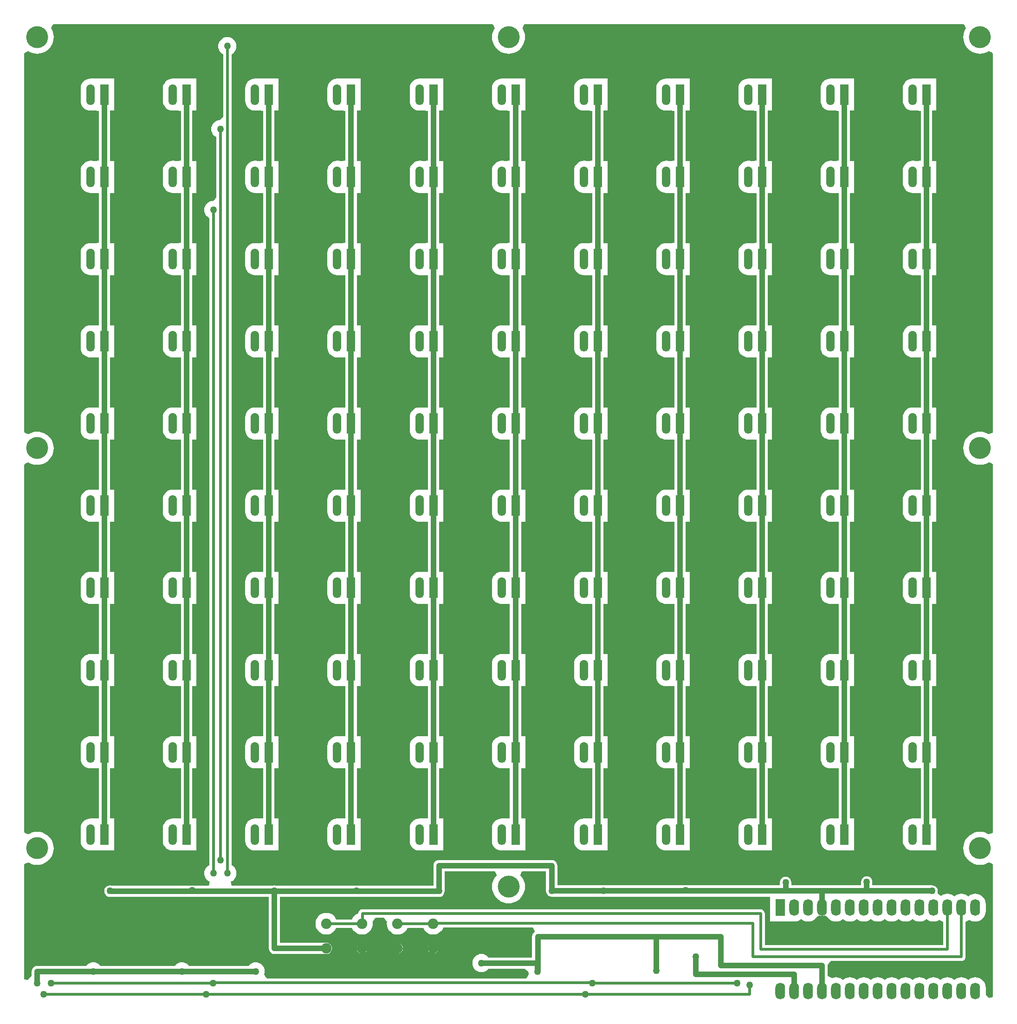
<source format=gbl>
%FSTAX23Y23*%
%MOIN*%
%SFA1B1*%

%IPPOS*%
%ADD13C,0.040000*%
%ADD14C,0.020000*%
%ADD15R,0.060000X0.150000*%
%ADD16O,0.060000X0.150000*%
%ADD17C,0.075000*%
%ADD18C,0.157480*%
%ADD19O,0.070000X0.120000*%
%ADD20R,0.070000X0.120000*%
%ADD21C,0.050000*%
%LNwordclock_v20-1*%
%LPD*%
G36*
X03276Y03155D02*
X03284Y03133D01*
X03279Y03124*
X03272Y03107*
X03268Y03089*
X03266Y0307*
X03268Y03052*
X03272Y03034*
X03279Y03016*
X03289Y03*
X03301Y02986*
X03315Y02974*
X03331Y02964*
X03349Y02957*
X03367Y02953*
X03385Y02951*
X03404Y02953*
X03422Y02957*
X03439Y02964*
X03448Y02969*
X0347Y02961*
X03478Y02954*
Y00234*
X0347Y00227*
X03448Y00219*
X03439Y00224*
X03422Y00231*
X03404Y00235*
X03385Y00237*
X03367Y00235*
X03349Y00231*
X03331Y00224*
X03315Y00214*
X03301Y00202*
X03289Y00188*
X03279Y00172*
X03272Y00154*
X03268Y00136*
X03266Y00118*
X03268Y00099*
X03272Y00081*
X03279Y00064*
X03289Y00048*
X03301Y00033*
X03315Y00021*
X03331Y00011*
X03349Y00004*
X03367Y0*
X03385Y-00001*
X03404Y0*
X03422Y00004*
X03439Y00011*
X03448Y00017*
X0347Y00008*
X03478Y00001*
Y-02639*
X0347Y-02646*
X03448Y-02655*
X03439Y-02649*
X03422Y-02642*
X03404Y-02638*
X03385Y-02636*
X03367Y-02638*
X03349Y-02642*
X03331Y-02649*
X03315Y-02659*
X03301Y-02671*
X03289Y-02685*
X03279Y-02701*
X03272Y-02719*
X03268Y-02737*
X03266Y-02755*
X03268Y-02774*
X03272Y-02792*
X03279Y-02809*
X03289Y-02825*
X03301Y-0284*
X03315Y-02852*
X03331Y-02862*
X03349Y-02869*
X03367Y-02873*
X03385Y-02875*
X03404Y-02873*
X03422Y-02869*
X03439Y-02862*
X03448Y-02856*
X0347Y-02865*
X03478Y-02872*
Y-03825*
X03448Y-03829*
X03427Y-03807*
Y-03757*
X03425Y-03742*
X03421Y-03728*
X03414Y-03715*
X03405Y-03703*
X03393Y-03694*
X0338Y-03687*
X03366Y-03683*
X03352Y-03681*
X03337Y-03683*
X03323Y-03687*
X0331Y-03694*
X03302Y-03701*
X03293Y-03694*
X0328Y-03687*
X03266Y-03683*
X03252Y-03681*
X03237Y-03683*
X03223Y-03687*
X0321Y-03694*
X03202Y-03701*
X03193Y-03694*
X0318Y-03687*
X03166Y-03683*
X03152Y-03681*
X03137Y-03683*
X03123Y-03687*
X0311Y-03694*
X03102Y-03701*
X03093Y-03694*
X0308Y-03687*
X03066Y-03683*
X03052Y-03681*
X03037Y-03683*
X03023Y-03687*
X0301Y-03694*
X03002Y-03701*
X02993Y-03694*
X0298Y-03687*
X02966Y-03683*
X02952Y-03681*
X02937Y-03683*
X02923Y-03687*
X0291Y-03694*
X02902Y-03701*
X02893Y-03694*
X0288Y-03687*
X02866Y-03683*
X02852Y-03681*
X02837Y-03683*
X02823Y-03687*
X0281Y-03694*
X02802Y-03701*
X02793Y-03694*
X0278Y-03687*
X02766Y-03683*
X02752Y-03681*
X02737Y-03683*
X02723Y-03687*
X0271Y-03694*
X02702Y-03701*
X02693Y-03694*
X0268Y-03687*
X02666Y-03683*
X02652Y-03681*
X02637Y-03683*
X02623Y-03687*
X0261Y-03694*
X02602Y-03701*
X02593Y-03694*
X0258Y-03687*
X02566Y-03683*
X02552Y-03681*
X02537Y-03683*
X02523Y-03687*
X0251Y-03694*
X02502Y-03701*
X02493Y-03694*
X0248Y-03687*
X02466Y-03683*
X02452Y-03681*
X02437Y-03683*
X02423Y-03687*
X0241Y-03694*
X02402Y-03701*
X02393Y-03694*
X0238Y-03687*
X02366Y-03683*
X02352Y-03681*
X02337Y-03683*
X02323Y-03687*
X02322Y-03687*
X02294Y-03673*
X02292Y-0367*
Y-03597*
X02292Y-03595*
X02305Y-03573*
X02314Y-03565*
X03252*
X03259Y-03564*
X03267Y-03561*
X03273Y-03556*
X03278Y-0355*
X03281Y-03542*
X03282Y-03535*
Y-03284*
X03309Y-03269*
X0331Y-03269*
X03323Y-03276*
X03337Y-0328*
X03352Y-03282*
X03366Y-0328*
X0338Y-03276*
X03393Y-03269*
X03405Y-0326*
X03414Y-03248*
X03421Y-03235*
X03425Y-03221*
X03427Y-03207*
Y-03157*
X03425Y-03142*
X03421Y-03128*
X03414Y-03115*
X03405Y-03103*
X03393Y-03094*
X0338Y-03087*
X03366Y-03083*
X03352Y-03081*
X03337Y-03083*
X03323Y-03087*
X0331Y-03094*
X03302Y-03101*
X03293Y-03094*
X0328Y-03087*
X03266Y-03083*
X03252Y-03081*
X03237Y-03083*
X03223Y-03087*
X0321Y-03094*
X03202Y-03101*
X03193Y-03094*
X0318Y-03087*
X03166Y-03083*
X03152Y-03081*
X03137Y-03083*
X03123Y-03087*
X0311Y-03094*
X03105Y-03098*
X03081Y-03081*
X03081Y-03073*
X03082Y-03062*
X03081Y-03052*
X03077Y-03042*
X0307Y-03034*
X03062Y-03027*
X03052Y-03023*
X03042Y-03022*
X02613*
Y-02997*
X02611Y-02986*
X02607Y-02976*
X02601Y-02968*
X02593Y-02962*
X02583Y-02958*
X02573Y-02956*
X02562Y-02958*
X02552Y-02962*
X02544Y-02968*
X02538Y-02976*
X02534Y-02986*
X02532Y-02997*
Y-03022*
X02248*
X0203*
Y-03*
X02028Y-02989*
X02024Y-02979*
X02018Y-02971*
X0201Y-02965*
X02Y-02961*
X0199Y-02959*
X01979Y-02961*
X01969Y-02965*
X01961Y-02971*
X01955Y-02979*
X01951Y-02989*
X01949Y-03*
Y-03022*
X0035*
Y-0288*
X00348Y-02869*
X00344Y-02859*
X00338Y-02851*
X0033Y-02845*
X0032Y-02841*
X0031Y-02839*
X-005*
X-0051Y-02841*
X-0052Y-02845*
X-00528Y-02851*
X-00534Y-02859*
X-00538Y-02869*
X-0054Y-0288*
Y-03024*
X-01669*
X-01671Y-03023*
X-01682Y-03022*
X-01692Y-03023*
X-01694Y-03024*
X-01988*
X-01995Y-02995*
X-01983Y-02989*
X-01973Y-02981*
X-01965Y-02971*
X-01959Y-0296*
X-01955Y-02947*
X-01954Y-02935*
X-01955Y-02922*
X-01959Y-0291*
X-01965Y-02898*
X-01973Y-02888*
X-01983Y-0288*
X-01989Y-02877*
Y02947*
X-01983Y0295*
X-01973Y02958*
X-01965Y02968*
X-01959Y0298*
X-01955Y02992*
X-01954Y03005*
X-01955Y03017*
X-01959Y03029*
X-01965Y03041*
X-01973Y03051*
X-01983Y03059*
X-01995Y03065*
X-02007Y03069*
X-0202Y0307*
X-02032Y03069*
X-02045Y03065*
X-02056Y03059*
X-02066Y03051*
X-02074Y03041*
X-0208Y03029*
X-02084Y03017*
X-02085Y03005*
X-02084Y02992*
X-0208Y0298*
X-02074Y02968*
X-02066Y02958*
X-02056Y0295*
X-0205Y02947*
Y02501*
X-0207Y02475*
X-02082Y02474*
X-02095Y0247*
X-02106Y02464*
X-02116Y02456*
X-02124Y02446*
X-0213Y02434*
X-02134Y02422*
X-02135Y0241*
X-02134Y02397*
X-0213Y02385*
X-02124Y02373*
X-02116Y02363*
X-02106Y02355*
X-021Y02352*
Y01921*
X-0212Y01894*
X-02133Y01893*
X-02145Y01889*
X-02156Y01883*
X-02166Y01875*
X-02174Y01865*
X-0218Y01854*
X-02184Y01842*
X-02185Y01829*
X-02184Y01816*
X-0218Y01804*
X-02174Y01793*
X-02166Y01783*
X-02156Y01775*
X-0215Y01771*
Y-02877*
X-02156Y-0288*
X-02166Y-02888*
X-02174Y-02898*
X-0218Y-0291*
X-02184Y-02922*
X-02185Y-02935*
X-02184Y-02947*
X-0218Y-0296*
X-02174Y-02971*
X-02166Y-02981*
X-02156Y-02989*
X-02144Y-02995*
X-02151Y-03024*
X-0285*
X-02852Y-03023*
X-02863Y-03022*
X-02873Y-03023*
X-02883Y-03027*
X-02891Y-03034*
X-02898Y-03042*
X-02902Y-03052*
X-02903Y-03062*
X-02902Y-03073*
X-02898Y-03082*
X-02891Y-03091*
X-02889Y-03093*
X-02881Y-03099*
X-02871Y-03103*
X-0286Y-03105*
X-01722*
Y-03474*
X-0172Y-03484*
X-01716Y-03494*
X-0171Y-03502*
X-01702Y-03509*
X-01692Y-03513*
X-01682Y-03514*
X-01309*
X-01298Y-03513*
X-01288Y-03509*
X-0128Y-03502*
X-01274Y-03494*
X-0127Y-03484*
X-01268Y-03474*
X-0127Y-03463*
X-01274Y-03454*
X-0128Y-03445*
X-01288Y-03439*
X-01298Y-03435*
X-01309Y-03434*
X-01641*
Y-03105*
X-005*
X-0049Y-03103*
X-0048Y-03099*
X-00472Y-03093*
X-00465Y-03085*
X-00461Y-03075*
X-00461Y-03075*
X-00461Y-03073*
X-00459Y-03062*
Y-0292*
X-00098*
X-00089Y-02938*
X-00086Y-0295*
X-00096Y-02961*
X-00106Y-02977*
X-00113Y-02994*
X-00117Y-03012*
X-00119Y-03031*
X-00117Y-0305*
X-00113Y-03068*
X-00106Y-03085*
X-00096Y-03101*
X-00084Y-03115*
X-0007Y-03127*
X-00054Y-03137*
X-00036Y-03144*
X-00018Y-03149*
X0Y-0315*
X00018Y-03149*
X00036Y-03144*
X00054Y-03137*
X0007Y-03127*
X00084Y-03115*
X00096Y-03101*
X00106Y-03085*
X00113Y-03068*
X00117Y-0305*
X00119Y-03031*
X00117Y-03012*
X00113Y-02994*
X00106Y-02977*
X00096Y-02961*
X00086Y-0295*
X00089Y-02938*
X00098Y-0292*
X00269*
Y-03062*
X00271Y-03073*
X00275Y-03082*
X00281Y-03091*
X00289Y-03097*
X00299Y-03101*
X0031Y-03103*
X01877*
Y-03282*
X02027*
X02052Y-03282*
X02056Y-03281*
X02066Y-0328*
X0208Y-03276*
X02093Y-03269*
X02102Y-03262*
X0211Y-03269*
X02123Y-03276*
X02137Y-0328*
X02152Y-03282*
X02166Y-0328*
X0218Y-03276*
X02193Y-03269*
X02205Y-0326*
X02214Y-03248*
X02232Y-03238*
X02242Y-03241*
X02247Y-03241*
Y-03182*
X02257*
Y-03241*
X02261Y-03241*
X02271Y-03238*
X02289Y-03248*
X02298Y-0326*
X0231Y-03269*
X02323Y-03276*
X02337Y-0328*
X02352Y-03282*
X02366Y-0328*
X0238Y-03276*
X02393Y-03269*
X02402Y-03262*
X0241Y-03269*
X02423Y-03276*
X02437Y-0328*
X02452Y-03282*
X02466Y-0328*
X0248Y-03276*
X02493Y-03269*
X02502Y-03262*
X0251Y-03269*
X02523Y-03276*
X02537Y-0328*
X02552Y-03282*
X02566Y-0328*
X0258Y-03276*
X02593Y-03269*
X02602Y-03262*
X0261Y-03269*
X02623Y-03276*
X02637Y-0328*
X02652Y-03282*
X02666Y-0328*
X0268Y-03276*
X02693Y-03269*
X02702Y-03262*
X0271Y-03269*
X02723Y-03276*
X02737Y-0328*
X02752Y-03282*
X02766Y-0328*
X0278Y-03276*
X02793Y-03269*
X02802Y-03262*
X0281Y-03269*
X02823Y-03276*
X02837Y-0328*
X02852Y-03282*
X02866Y-0328*
X0288Y-03276*
X02893Y-03269*
X02902Y-03262*
X0291Y-03269*
X02923Y-03276*
X02937Y-0328*
X02952Y-03282*
X02966Y-0328*
X0298Y-03276*
X02993Y-03269*
X03002Y-03262*
X0301Y-03269*
X03023Y-03276*
X03037Y-0328*
X03052Y-03282*
X03066Y-0328*
X0308Y-03276*
X03093Y-03269*
X03094Y-03269*
X03121Y-03284*
Y-03449*
X0184*
Y-03225*
X01839Y-03217*
X01836Y-03209*
X01831Y-03203*
X01825Y-03198*
X01817Y-03195*
X0181Y-03194*
X-0105*
X-01057Y-03195*
X-01065Y-03198*
X-01071Y-03203*
X-01076Y-03209*
X-01079Y-03217*
X-0108Y-03224*
X-01082Y-03225*
X-01096Y-03232*
X-01108Y-03242*
X-01117Y-03253*
X-01124Y-03266*
X-01237*
X-01244Y-03253*
X-01253Y-03242*
X-01265Y-03232*
X-01279Y-03225*
X-01293Y-0322*
X-01309Y-03219*
X-01324Y-0322*
X-01338Y-03225*
X-01352Y-03232*
X-01364Y-03242*
X-01373Y-03253*
X-01381Y-03267*
X-01385Y-03282*
X-01386Y-03297*
X-01385Y-03312*
X-01381Y-03327*
X-01373Y-0334*
X-01364Y-03352*
X-01352Y-03361*
X-01338Y-03369*
X-01324Y-03373*
X-01309Y-03375*
X-01293Y-03373*
X-01279Y-03369*
X-01265Y-03361*
X-01253Y-03352*
X-01244Y-0334*
X-01237Y-03327*
X-01124*
X-01117Y-0334*
X-01108Y-03352*
X-01096Y-03361*
X-01082Y-03369*
X-01068Y-03373*
X-01053Y-03375*
X-01037Y-03373*
X-01023Y-03369*
X-01009Y-03361*
X-00998Y-03352*
X-00988Y-0334*
X-00981Y-03327*
X-00976Y-03312*
X-00975Y-03297*
X-00976Y-03285*
X-00975Y-0328*
X-00955Y-03255*
X-00895*
X-00875Y-0328*
X-00873Y-03285*
X-00875Y-03297*
X-00873Y-03312*
X-00869Y-03327*
X-00861Y-0334*
X-00852Y-03352*
X-0084Y-03361*
X-00827Y-03369*
X-00812Y-03373*
X-00797Y-03375*
X-00782Y-03373*
X-00767Y-03369*
X-00753Y-03361*
X-00742Y-03352*
X-00732Y-0334*
X-00725Y-03327*
X-00613*
X-00606Y-0334*
X-00596Y-03352*
X-00584Y-03361*
X-00571Y-03369*
X-00556Y-03373*
X-00541Y-03375*
X-00526Y-03373*
X-00511Y-03369*
X-00498Y-03361*
X-00486Y-03352*
X-00476Y-0334*
X-00469Y-03327*
X-00468Y-03325*
X00175*
X00188Y-03352*
X00188Y-03355*
X00181Y-0336*
X00175Y-03368*
X00171Y-03378*
X00169Y-03389*
Y-03539*
X-00144*
X-00148Y-03533*
X-00158Y-03525*
X-0017Y-03519*
X-00182Y-03515*
X-00195Y-03514*
X-00207Y-03515*
X-0022Y-03519*
X-00231Y-03525*
X-00241Y-03533*
X-00249Y-03543*
X-00255Y-03555*
X-00259Y-03567*
X-0026Y-0358*
X-00259Y-03592*
X-00255Y-03605*
X-00249Y-03616*
X-00241Y-03626*
X-00231Y-03634*
X-0022Y-0364*
X-00207Y-03644*
X-00195Y-03645*
X-00182Y-03644*
X-0017Y-0364*
X-00158Y-03634*
X-00148Y-03626*
X-00144Y-0362*
X00116*
X00142Y-0364*
X00144Y-03652*
X00146Y-0366*
X00139Y-03675*
X00127Y-0369*
X-01735*
X-01748Y-03675*
X-01754Y-0366*
X-01752Y-03652*
X-01751Y-0364*
X-01752Y-03627*
X-01756Y-03615*
X-01762Y-03603*
X-0177Y-03593*
X-0178Y-03585*
X-01791Y-03579*
X-01804Y-03575*
X-01816Y-03574*
X-01829Y-03575*
X-01841Y-03579*
X-01853Y-03585*
X-01862Y-03593*
X-01867Y-03599*
X-02295*
X-023Y-03593*
X-0231Y-03585*
X-02321Y-03579*
X-02334Y-03575*
X-02346Y-03574*
X-02359Y-03575*
X-02371Y-03579*
X-02383Y-03585*
X-02392Y-03593*
X-02397Y-03599*
X-0293*
X-02935Y-03593*
X-02945Y-03585*
X-02956Y-03579*
X-02969Y-03575*
X-02981Y-03574*
X-02994Y-03575*
X-03006Y-03579*
X-03018Y-03585*
X-03027Y-03593*
X-03032Y-03599*
X-03385*
X-03395Y-03601*
X-03405Y-03605*
X-03413Y-03611*
X-03419Y-03619*
X-03423Y-03629*
X-03425Y-0364*
Y-0367*
X-03432Y-03677*
X-03441Y-03686*
X-03447Y-03698*
X-03448Y-03702*
X-03478Y-03698*
Y-02872*
X-0347Y-02865*
X-03448Y-02856*
X-03439Y-02862*
X-03422Y-02869*
X-03404Y-02873*
X-03385Y-02875*
X-03367Y-02873*
X-03349Y-02869*
X-03331Y-02862*
X-03315Y-02852*
X-03301Y-0284*
X-03289Y-02825*
X-03279Y-02809*
X-03272Y-02792*
X-03268Y-02774*
X-03266Y-02755*
X-03268Y-02737*
X-03272Y-02719*
X-03279Y-02701*
X-03289Y-02685*
X-03301Y-02671*
X-03315Y-02659*
X-03331Y-02649*
X-03349Y-02642*
X-03367Y-02638*
X-03385Y-02636*
X-03404Y-02638*
X-03422Y-02642*
X-03439Y-02649*
X-03448Y-02655*
X-0347Y-02646*
X-03478Y-02639*
Y00001*
X-0347Y00008*
X-03448Y00017*
X-03439Y00011*
X-03422Y00004*
X-03404Y0*
X-03385Y-00001*
X-03367Y0*
X-03349Y00004*
X-03331Y00011*
X-03315Y00021*
X-03301Y00033*
X-03289Y00048*
X-03279Y00064*
X-03272Y00081*
X-03268Y00099*
X-03266Y00118*
X-03268Y00136*
X-03272Y00154*
X-03279Y00172*
X-03289Y00188*
X-03301Y00202*
X-03315Y00214*
X-03331Y00224*
X-03349Y00231*
X-03367Y00235*
X-03385Y00237*
X-03404Y00235*
X-03422Y00231*
X-03439Y00224*
X-03448Y00219*
X-0347Y00227*
X-03478Y00234*
Y02954*
X-0347Y02961*
X-03448Y02969*
X-03439Y02964*
X-03422Y02957*
X-03404Y02953*
X-03385Y02951*
X-03367Y02953*
X-03349Y02957*
X-03331Y02964*
X-03315Y02974*
X-03301Y02986*
X-03289Y03*
X-03279Y03016*
X-03272Y03034*
X-03268Y03052*
X-03266Y0307*
X-03268Y03089*
X-03272Y03107*
X-03279Y03124*
X-03284Y03133*
X-03276Y03155*
X-03269Y03163*
X-00116*
X-00109Y03155*
X-001Y03133*
X-00106Y03124*
X-00113Y03107*
X-00117Y03089*
X-00119Y0307*
X-00117Y03052*
X-00113Y03034*
X-00106Y03016*
X-00096Y03*
X-00084Y02986*
X-0007Y02974*
X-00054Y02964*
X-00036Y02957*
X-00018Y02953*
X0Y02951*
X00018Y02953*
X00036Y02957*
X00054Y02964*
X0007Y02974*
X00084Y02986*
X00096Y03*
X00106Y03016*
X00113Y03034*
X00117Y03052*
X00119Y0307*
X00117Y03089*
X00113Y03107*
X00106Y03124*
X001Y03133*
X00109Y03155*
X00116Y03163*
X03269*
X03276Y03155*
G37*
%LNwordclock_v20-2*%
%LPC*%
G36*
X02902Y02772D02*
X02889Y02771D01*
X02875Y02767*
X02863Y0276*
X02853Y02752*
X02844Y02741*
X02837Y02729*
X02833Y02716*
X02832Y02702*
Y02612*
X02833Y02598*
X02837Y02585*
X02844Y02573*
X02853Y02562*
X02863Y02554*
X02875Y02547*
X02889Y02543*
X02902Y02542*
X02902Y02542*
X02932Y02542*
X02933Y02542*
X02962Y02541*
Y02182*
X02933Y02181*
X02932Y02181*
X02902Y02182*
X02902Y02182*
X02889Y0218*
X02875Y02176*
X02863Y0217*
X02853Y02161*
X02844Y02151*
X02837Y02138*
X02833Y02125*
X02832Y02111*
Y02021*
X02833Y02008*
X02837Y01995*
X02844Y01982*
X02853Y01972*
X02863Y01963*
X02875Y01956*
X02889Y01952*
X02902Y01951*
X02902Y01951*
X02932Y01951*
X02933Y01951*
X02962Y01951*
Y01592*
X02933Y01591*
X02932Y01591*
X02902Y01591*
X02902Y01591*
X02889Y0159*
X02875Y01586*
X02863Y01579*
X02853Y01571*
X02844Y0156*
X02837Y01548*
X02833Y01535*
X02832Y01521*
Y01431*
X02833Y01417*
X02837Y01404*
X02844Y01392*
X02853Y01381*
X02863Y01372*
X02875Y01366*
X02889Y01362*
X02902Y01361*
X02902Y01361*
X02932Y01361*
X02933Y01361*
X02962Y0136*
Y01001*
X02933Y01*
X02932Y01*
X02902Y01001*
X02902Y01001*
X02889Y00999*
X02875Y00995*
X02863Y00989*
X02853Y0098*
X02844Y00969*
X02837Y00957*
X02833Y00944*
X02832Y0093*
Y0084*
X02833Y00827*
X02837Y00813*
X02844Y00801*
X02853Y00791*
X02863Y00782*
X02875Y00775*
X02889Y00771*
X02902Y0077*
X02902Y0077*
X02932Y0077*
X02933Y0077*
X02962Y00769*
Y00411*
X02933Y0041*
X02932Y0041*
X02902Y0041*
X02902Y0041*
X02889Y00409*
X02875Y00405*
X02863Y00398*
X02853Y0039*
X02844Y00379*
X02837Y00367*
X02833Y00354*
X02832Y0034*
Y0025*
X02833Y00236*
X02837Y00223*
X02844Y00211*
X02853Y002*
X02863Y00191*
X02875Y00185*
X02889Y00181*
X02902Y00179*
X02902Y00179*
X02932Y0018*
X02933Y0018*
X02962Y00179*
Y-00179*
X02933Y-0018*
X02932Y-0018*
X02902Y-00179*
X02902Y-00179*
X02889Y-00181*
X02875Y-00185*
X02863Y-00191*
X02853Y-002*
X02844Y-00211*
X02837Y-00223*
X02833Y-00236*
X02832Y-0025*
Y-0034*
X02833Y-00354*
X02837Y-00367*
X02844Y-00379*
X02853Y-0039*
X02863Y-00398*
X02875Y-00405*
X02889Y-00409*
X02902Y-0041*
X02902Y-0041*
X02932Y-0041*
X02933Y-0041*
X02962Y-00411*
Y-00769*
X02933Y-0077*
X02932Y-0077*
X02902Y-0077*
X02902Y-0077*
X02889Y-00771*
X02875Y-00775*
X02863Y-00782*
X02853Y-00791*
X02844Y-00801*
X02837Y-00813*
X02833Y-00827*
X02832Y-0084*
Y-0093*
X02833Y-00944*
X02837Y-00957*
X02844Y-00969*
X02853Y-0098*
X02863Y-00989*
X02875Y-00995*
X02889Y-00999*
X02902Y-01001*
X02902Y-01001*
X02932Y-01*
X02933Y-01*
X02962Y-01001*
Y-0136*
X02933Y-01361*
X02932Y-01361*
X02902Y-01361*
X02902Y-01361*
X02889Y-01362*
X02875Y-01366*
X02863Y-01372*
X02853Y-01381*
X02844Y-01392*
X02837Y-01404*
X02833Y-01417*
X02832Y-01431*
Y-01521*
X02833Y-01535*
X02837Y-01548*
X02844Y-0156*
X02853Y-01571*
X02863Y-01579*
X02875Y-01586*
X02889Y-0159*
X02902Y-01591*
X02902Y-01591*
X02932Y-01591*
X02933Y-01591*
X02962Y-01592*
Y-01951*
X02933Y-01951*
X02932Y-01951*
X02902Y-01951*
X02902Y-01951*
X02889Y-01952*
X02875Y-01956*
X02863Y-01963*
X02853Y-01972*
X02844Y-01982*
X02837Y-01995*
X02833Y-02008*
X02832Y-02021*
Y-02111*
X02833Y-02125*
X02837Y-02138*
X02844Y-02151*
X02853Y-02161*
X02863Y-0217*
X02875Y-02176*
X02889Y-0218*
X02902Y-02182*
X02902Y-02182*
X02932Y-02181*
X02933Y-02181*
X02962Y-02182*
Y-02541*
X02933Y-02542*
X02932Y-02542*
X02902Y-02542*
X02902Y-02542*
X02889Y-02543*
X02875Y-02547*
X02863Y-02554*
X02853Y-02562*
X02844Y-02573*
X02837Y-02585*
X02833Y-02598*
X02832Y-02612*
Y-02702*
X02833Y-02716*
X02837Y-02729*
X02844Y-02741*
X02853Y-02752*
X02863Y-0276*
X02875Y-02767*
X02889Y-02771*
X02902Y-02772*
X02902Y-02772*
X02932Y-02772*
X03072*
Y-02542*
X03043*
Y-02181*
X03072*
Y-01951*
X03043*
Y-01591*
X03072*
Y-01361*
X03043*
Y-01*
X03072*
Y-0077*
X03043*
Y-0041*
X03072*
Y-0018*
X03043*
Y0018*
X03072*
Y0041*
X03043*
Y0077*
X03072*
Y01*
X03043*
Y01361*
X03072*
Y01591*
X03043*
Y01951*
X03072*
Y02181*
X03043*
Y02542*
X03072*
Y02772*
X02932*
X02902Y02772*
X02902Y02772*
G37*
G36*
X02312D02*
X02298Y02771D01*
X02285Y02767*
X02273Y0276*
X02262Y02752*
X02253Y02741*
X02247Y02729*
X02243Y02716*
X02241Y02702*
Y02612*
X02243Y02598*
X02247Y02585*
X02253Y02573*
X02262Y02562*
X02273Y02554*
X02285Y02547*
X02298Y02543*
X02312Y02542*
X02312Y02542*
X02341Y02542*
X02343Y02542*
X02371Y02541*
Y02182*
X02343Y02181*
X02341Y02181*
X02312Y02182*
X02312Y02182*
X02298Y0218*
X02285Y02176*
X02273Y0217*
X02262Y02161*
X02253Y02151*
X02247Y02138*
X02243Y02125*
X02241Y02111*
Y02021*
X02243Y02008*
X02247Y01995*
X02253Y01982*
X02262Y01972*
X02273Y01963*
X02285Y01956*
X02298Y01952*
X02312Y01951*
X02312Y01951*
X02341Y01951*
X02343Y01951*
X02371Y01951*
Y01592*
X02343Y01591*
X02341Y01591*
X02312Y01591*
X02312Y01591*
X02298Y0159*
X02285Y01586*
X02273Y01579*
X02262Y01571*
X02253Y0156*
X02247Y01548*
X02243Y01535*
X02241Y01521*
Y01431*
X02243Y01417*
X02247Y01404*
X02253Y01392*
X02262Y01381*
X02273Y01372*
X02285Y01366*
X02298Y01362*
X02312Y01361*
X02312Y01361*
X02341Y01361*
X02343Y01361*
X02371Y0136*
Y01001*
X02343Y01*
X02341Y01*
X02312Y01001*
X02312Y01001*
X02298Y00999*
X02285Y00995*
X02273Y00989*
X02262Y0098*
X02253Y00969*
X02247Y00957*
X02243Y00944*
X02241Y0093*
Y0084*
X02243Y00827*
X02247Y00813*
X02253Y00801*
X02262Y00791*
X02273Y00782*
X02285Y00775*
X02298Y00771*
X02312Y0077*
X02312Y0077*
X02341Y0077*
X02343Y0077*
X02371Y00769*
Y00411*
X02343Y0041*
X02341Y0041*
X02312Y0041*
X02312Y0041*
X02298Y00409*
X02285Y00405*
X02273Y00398*
X02262Y0039*
X02253Y00379*
X02247Y00367*
X02243Y00354*
X02241Y0034*
Y0025*
X02243Y00236*
X02247Y00223*
X02253Y00211*
X02262Y002*
X02273Y00191*
X02285Y00185*
X02298Y00181*
X02312Y00179*
X02312Y00179*
X02341Y0018*
X02343Y0018*
X02371Y00179*
Y-00179*
X02343Y-0018*
X02341Y-0018*
X02312Y-00179*
X02312Y-00179*
X02298Y-00181*
X02285Y-00185*
X02273Y-00191*
X02262Y-002*
X02253Y-00211*
X02247Y-00223*
X02243Y-00236*
X02241Y-0025*
Y-0034*
X02243Y-00354*
X02247Y-00367*
X02253Y-00379*
X02262Y-0039*
X02273Y-00398*
X02285Y-00405*
X02298Y-00409*
X02312Y-0041*
X02312Y-0041*
X02341Y-0041*
X02343Y-0041*
X02371Y-00411*
Y-00769*
X02343Y-0077*
X02341Y-0077*
X02312Y-0077*
X02312Y-0077*
X02298Y-00771*
X02285Y-00775*
X02273Y-00782*
X02262Y-00791*
X02253Y-00801*
X02247Y-00813*
X02243Y-00827*
X02241Y-0084*
Y-0093*
X02243Y-00944*
X02247Y-00957*
X02253Y-00969*
X02262Y-0098*
X02273Y-00989*
X02285Y-00995*
X02298Y-00999*
X02312Y-01001*
X02312Y-01001*
X02341Y-01*
X02343Y-01*
X02371Y-01001*
Y-0136*
X02343Y-01361*
X02341Y-01361*
X02312Y-01361*
X02312Y-01361*
X02298Y-01362*
X02285Y-01366*
X02273Y-01372*
X02262Y-01381*
X02253Y-01392*
X02247Y-01404*
X02243Y-01417*
X02241Y-01431*
Y-01521*
X02243Y-01535*
X02247Y-01548*
X02253Y-0156*
X02262Y-01571*
X02273Y-01579*
X02285Y-01586*
X02298Y-0159*
X02312Y-01591*
X02312Y-01591*
X02341Y-01591*
X02343Y-01591*
X02371Y-01592*
Y-01951*
X02343Y-01951*
X02341Y-01951*
X02312Y-01951*
X02312Y-01951*
X02298Y-01952*
X02285Y-01956*
X02273Y-01963*
X02262Y-01972*
X02253Y-01982*
X02247Y-01995*
X02243Y-02008*
X02241Y-02021*
Y-02111*
X02243Y-02125*
X02247Y-02138*
X02253Y-02151*
X02262Y-02161*
X02273Y-0217*
X02285Y-02176*
X02298Y-0218*
X02312Y-02182*
X02312Y-02182*
X02341Y-02181*
X02343Y-02181*
X02371Y-02182*
Y-02541*
X02343Y-02542*
X02341Y-02542*
X02312Y-02542*
X02312Y-02542*
X02298Y-02543*
X02285Y-02547*
X02273Y-02554*
X02262Y-02562*
X02253Y-02573*
X02247Y-02585*
X02243Y-02598*
X02241Y-02612*
Y-02702*
X02243Y-02716*
X02247Y-02729*
X02253Y-02741*
X02262Y-02752*
X02273Y-0276*
X02285Y-02767*
X02298Y-02771*
X02312Y-02772*
X02312Y-02772*
X02342Y-02772*
X02482*
Y-02542*
X02452*
Y-02181*
X02482*
Y-01951*
X02452*
Y-01591*
X02482*
Y-01361*
X02452*
Y-01*
X02482*
Y-0077*
X02452*
Y-0041*
X02482*
Y-0018*
X02452*
Y0018*
X02482*
Y0041*
X02452*
Y0077*
X02482*
Y01*
X02452*
Y01361*
X02482*
Y01591*
X02452*
Y01951*
X02482*
Y02181*
X02452*
Y02542*
X02482*
Y02772*
X02342*
X02312Y02772*
X02312Y02772*
G37*
G36*
X01721D02*
X01707Y02771D01*
X01694Y02767*
X01682Y0276*
X01671Y02752*
X01663Y02741*
X01656Y02729*
X01652Y02716*
X01651Y02702*
Y02612*
X01652Y02598*
X01656Y02585*
X01663Y02573*
X01671Y02562*
X01682Y02554*
X01694Y02547*
X01707Y02543*
X01721Y02542*
X01721Y02542*
X01751Y02542*
X01752Y02542*
X01781Y02541*
Y02182*
X01752Y02181*
X01751Y02181*
X01721Y02182*
X01721Y02182*
X01707Y0218*
X01694Y02176*
X01682Y0217*
X01671Y02161*
X01663Y02151*
X01656Y02138*
X01652Y02125*
X01651Y02111*
Y02021*
X01652Y02008*
X01656Y01995*
X01663Y01982*
X01671Y01972*
X01682Y01963*
X01694Y01956*
X01707Y01952*
X01721Y01951*
X01721Y01951*
X01751Y01951*
X01752Y01951*
X01781Y01951*
Y01592*
X01752Y01591*
X01751Y01591*
X01721Y01591*
X01721Y01591*
X01707Y0159*
X01694Y01586*
X01682Y01579*
X01671Y01571*
X01663Y0156*
X01656Y01548*
X01652Y01535*
X01651Y01521*
Y01431*
X01652Y01417*
X01656Y01404*
X01663Y01392*
X01671Y01381*
X01682Y01372*
X01694Y01366*
X01707Y01362*
X01721Y01361*
X01721Y01361*
X01751Y01361*
X01752Y01361*
X01781Y0136*
Y01001*
X01752Y01*
X01751Y01*
X01721Y01001*
X01721Y01001*
X01707Y00999*
X01694Y00995*
X01682Y00989*
X01671Y0098*
X01663Y00969*
X01656Y00957*
X01652Y00944*
X01651Y0093*
Y0084*
X01652Y00827*
X01656Y00813*
X01663Y00801*
X01671Y00791*
X01682Y00782*
X01694Y00775*
X01707Y00771*
X01721Y0077*
X01721Y0077*
X01751Y0077*
X01752Y0077*
X01781Y00769*
Y00411*
X01752Y0041*
X01751Y0041*
X01721Y0041*
X01721Y0041*
X01707Y00409*
X01694Y00405*
X01682Y00398*
X01671Y0039*
X01663Y00379*
X01656Y00367*
X01652Y00354*
X01651Y0034*
Y0025*
X01652Y00236*
X01656Y00223*
X01663Y00211*
X01671Y002*
X01682Y00191*
X01694Y00185*
X01707Y00181*
X01721Y00179*
X01721Y00179*
X01751Y0018*
X01752Y0018*
X01781Y00179*
Y-00179*
X01752Y-0018*
X01751Y-0018*
X01721Y-00179*
X01721Y-00179*
X01707Y-00181*
X01694Y-00185*
X01682Y-00191*
X01671Y-002*
X01663Y-00211*
X01656Y-00223*
X01652Y-00236*
X01651Y-0025*
Y-0034*
X01652Y-00354*
X01656Y-00367*
X01663Y-00379*
X01671Y-0039*
X01682Y-00398*
X01694Y-00405*
X01707Y-00409*
X01721Y-0041*
X01721Y-0041*
X01751Y-0041*
X01752Y-0041*
X01781Y-00411*
Y-00769*
X01752Y-0077*
X01751Y-0077*
X01721Y-0077*
X01721Y-0077*
X01707Y-00771*
X01694Y-00775*
X01682Y-00782*
X01671Y-00791*
X01663Y-00801*
X01656Y-00813*
X01652Y-00827*
X01651Y-0084*
Y-0093*
X01652Y-00944*
X01656Y-00957*
X01663Y-00969*
X01671Y-0098*
X01682Y-00989*
X01694Y-00995*
X01707Y-00999*
X01721Y-01001*
X01721Y-01001*
X01751Y-01*
X01752Y-01*
X01781Y-01001*
Y-0136*
X01752Y-01361*
X01751Y-01361*
X01721Y-01361*
X01721Y-01361*
X01707Y-01362*
X01694Y-01366*
X01682Y-01372*
X01671Y-01381*
X01663Y-01392*
X01656Y-01404*
X01652Y-01417*
X01651Y-01431*
Y-01521*
X01652Y-01535*
X01656Y-01548*
X01663Y-0156*
X01671Y-01571*
X01682Y-01579*
X01694Y-01586*
X01707Y-0159*
X01721Y-01591*
X01721Y-01591*
X01751Y-01591*
X01752Y-01591*
X01781Y-01592*
Y-01951*
X01752Y-01951*
X01751Y-01951*
X01721Y-01951*
X01721Y-01951*
X01707Y-01952*
X01694Y-01956*
X01682Y-01963*
X01671Y-01972*
X01663Y-01982*
X01656Y-01995*
X01652Y-02008*
X01651Y-02021*
Y-02111*
X01652Y-02125*
X01656Y-02138*
X01663Y-02151*
X01671Y-02161*
X01682Y-0217*
X01694Y-02176*
X01707Y-0218*
X01721Y-02182*
X01721Y-02182*
X01751Y-02181*
X01752Y-02181*
X01781Y-02182*
Y-02541*
X01752Y-02542*
X01751Y-02542*
X01721Y-02542*
X01721Y-02542*
X01707Y-02543*
X01694Y-02547*
X01682Y-02554*
X01671Y-02562*
X01663Y-02573*
X01656Y-02585*
X01652Y-02598*
X01651Y-02612*
Y-02702*
X01652Y-02716*
X01656Y-02729*
X01663Y-02741*
X01671Y-02752*
X01682Y-0276*
X01694Y-02767*
X01707Y-02771*
X01721Y-02772*
X01721Y-02772*
X01751Y-02772*
X01891*
Y-02542*
X01862*
Y-02181*
X01891*
Y-01951*
X01862*
Y-01591*
X01891*
Y-01361*
X01862*
Y-01*
X01891*
Y-0077*
X01862*
Y-0041*
X01891*
Y-0018*
X01862*
Y0018*
X01891*
Y0041*
X01862*
Y0077*
X01891*
Y01*
X01862*
Y01361*
X01891*
Y01591*
X01862*
Y01951*
X01891*
Y02181*
X01862*
Y02542*
X01891*
Y02772*
X01751*
X01721Y02772*
X01721Y02772*
G37*
G36*
X01131D02*
X01117Y02771D01*
X01104Y02767*
X01092Y0276*
X01081Y02752*
X01072Y02741*
X01066Y02729*
X01062Y02716*
X0106Y02702*
Y02612*
X01062Y02598*
X01066Y02585*
X01072Y02573*
X01081Y02562*
X01092Y02554*
X01104Y02547*
X01117Y02543*
X01131Y02542*
X01131Y02542*
X0116Y02542*
X01162Y02542*
X0119Y02541*
Y02182*
X01162Y02181*
X0116Y02181*
X01131Y02182*
X01131Y02182*
X01117Y0218*
X01104Y02176*
X01092Y0217*
X01081Y02161*
X01072Y02151*
X01066Y02138*
X01062Y02125*
X0106Y02111*
Y02021*
X01062Y02008*
X01066Y01995*
X01072Y01982*
X01081Y01972*
X01092Y01963*
X01104Y01956*
X01117Y01952*
X01131Y01951*
X01131Y01951*
X0116Y01951*
X01162Y01951*
X0119Y01951*
Y01592*
X01162Y01591*
X0116Y01591*
X01131Y01591*
X01131Y01591*
X01117Y0159*
X01104Y01586*
X01092Y01579*
X01081Y01571*
X01072Y0156*
X01066Y01548*
X01062Y01535*
X0106Y01521*
Y01431*
X01062Y01417*
X01066Y01404*
X01072Y01392*
X01081Y01381*
X01092Y01372*
X01104Y01366*
X01117Y01362*
X01131Y01361*
X01131Y01361*
X0116Y01361*
X01162Y01361*
X0119Y0136*
Y01001*
X01162Y01*
X0116Y01*
X01131Y01001*
X01131Y01001*
X01117Y00999*
X01104Y00995*
X01092Y00989*
X01081Y0098*
X01072Y00969*
X01066Y00957*
X01062Y00944*
X0106Y0093*
Y0084*
X01062Y00827*
X01066Y00813*
X01072Y00801*
X01081Y00791*
X01092Y00782*
X01104Y00775*
X01117Y00771*
X01131Y0077*
X01131Y0077*
X0116Y0077*
X01162Y0077*
X0119Y00769*
Y00411*
X01162Y0041*
X0116Y0041*
X01131Y0041*
X01131Y0041*
X01117Y00409*
X01104Y00405*
X01092Y00398*
X01081Y0039*
X01072Y00379*
X01066Y00367*
X01062Y00354*
X0106Y0034*
Y0025*
X01062Y00236*
X01066Y00223*
X01072Y00211*
X01081Y002*
X01092Y00191*
X01104Y00185*
X01117Y00181*
X01131Y00179*
X01131Y00179*
X0116Y0018*
X01162Y0018*
X0119Y00179*
Y-00179*
X01162Y-0018*
X0116Y-0018*
X01131Y-00179*
X01131Y-00179*
X01117Y-00181*
X01104Y-00185*
X01092Y-00191*
X01081Y-002*
X01072Y-00211*
X01066Y-00223*
X01062Y-00236*
X0106Y-0025*
Y-0034*
X01062Y-00354*
X01066Y-00367*
X01072Y-00379*
X01081Y-0039*
X01092Y-00398*
X01104Y-00405*
X01117Y-00409*
X01131Y-0041*
X01131Y-0041*
X0116Y-0041*
X01162Y-0041*
X0119Y-00411*
Y-00769*
X01162Y-0077*
X0116Y-0077*
X01131Y-0077*
X01131Y-0077*
X01117Y-00771*
X01104Y-00775*
X01092Y-00782*
X01081Y-00791*
X01072Y-00801*
X01066Y-00813*
X01062Y-00827*
X0106Y-0084*
Y-0093*
X01062Y-00944*
X01066Y-00957*
X01072Y-00969*
X01081Y-0098*
X01092Y-00989*
X01104Y-00995*
X01117Y-00999*
X01131Y-01001*
X01131Y-01001*
X0116Y-01*
X01162Y-01*
X0119Y-01001*
Y-0136*
X01162Y-01361*
X0116Y-01361*
X01131Y-01361*
X01131Y-01361*
X01117Y-01362*
X01104Y-01366*
X01092Y-01372*
X01081Y-01381*
X01072Y-01392*
X01066Y-01404*
X01062Y-01417*
X0106Y-01431*
Y-01521*
X01062Y-01535*
X01066Y-01548*
X01072Y-0156*
X01081Y-01571*
X01092Y-01579*
X01104Y-01586*
X01117Y-0159*
X01131Y-01591*
X01131Y-01591*
X0116Y-01591*
X01162Y-01591*
X0119Y-01592*
Y-01951*
X01162Y-01951*
X0116Y-01951*
X01131Y-01951*
X01131Y-01951*
X01117Y-01952*
X01104Y-01956*
X01092Y-01963*
X01081Y-01972*
X01072Y-01982*
X01066Y-01995*
X01062Y-02008*
X0106Y-02021*
Y-02111*
X01062Y-02125*
X01066Y-02138*
X01072Y-02151*
X01081Y-02161*
X01092Y-0217*
X01104Y-02176*
X01117Y-0218*
X01131Y-02182*
X01131Y-02182*
X0116Y-02181*
X01162Y-02181*
X0119Y-02182*
Y-02541*
X01162Y-02542*
X0116Y-02542*
X01131Y-02542*
X01131Y-02542*
X01117Y-02543*
X01104Y-02547*
X01092Y-02554*
X01081Y-02562*
X01072Y-02573*
X01066Y-02585*
X01062Y-02598*
X0106Y-02612*
Y-02702*
X01062Y-02716*
X01066Y-02729*
X01072Y-02741*
X01081Y-02752*
X01092Y-0276*
X01104Y-02767*
X01117Y-02771*
X01131Y-02772*
X01131Y-02772*
X01161Y-02772*
X01301*
Y-02542*
X01271*
Y-02181*
X01301*
Y-01951*
X01271*
Y-01591*
X01301*
Y-01361*
X01271*
Y-01*
X01301*
Y-0077*
X01271*
Y-0041*
X01301*
Y-0018*
X01271*
Y0018*
X01301*
Y0041*
X01271*
Y0077*
X01301*
Y01*
X01271*
Y01361*
X01301*
Y01591*
X01271*
Y01951*
X01301*
Y02181*
X01271*
Y02542*
X01301*
Y02772*
X01161*
X01131Y02772*
X01131Y02772*
G37*
G36*
X0054D02*
X00526Y02771D01*
X00513Y02767*
X00501Y0276*
X0049Y02752*
X00482Y02741*
X00475Y02729*
X00471Y02716*
X0047Y02702*
Y02612*
X00471Y02598*
X00475Y02585*
X00482Y02573*
X0049Y02562*
X00501Y02554*
X00513Y02547*
X00526Y02543*
X0054Y02542*
X0054Y02542*
X0057Y02542*
X00571Y02542*
X006Y02541*
Y02182*
X00571Y02181*
X0057Y02181*
X0054Y02182*
X0054Y02182*
X00526Y0218*
X00513Y02176*
X00501Y0217*
X0049Y02161*
X00482Y02151*
X00475Y02138*
X00471Y02125*
X0047Y02111*
Y02021*
X00471Y02008*
X00475Y01995*
X00482Y01982*
X0049Y01972*
X00501Y01963*
X00513Y01956*
X00526Y01952*
X0054Y01951*
X0054Y01951*
X0057Y01951*
X00571Y01951*
X006Y01951*
Y01592*
X00571Y01591*
X0057Y01591*
X0054Y01591*
X0054Y01591*
X00526Y0159*
X00513Y01586*
X00501Y01579*
X0049Y01571*
X00482Y0156*
X00475Y01548*
X00471Y01535*
X0047Y01521*
Y01431*
X00471Y01417*
X00475Y01404*
X00482Y01392*
X0049Y01381*
X00501Y01372*
X00513Y01366*
X00526Y01362*
X0054Y01361*
X0054Y01361*
X0057Y01361*
X00571Y01361*
X006Y0136*
Y01001*
X00571Y01*
X0057Y01*
X0054Y01001*
X0054Y01001*
X00526Y00999*
X00513Y00995*
X00501Y00989*
X0049Y0098*
X00482Y00969*
X00475Y00957*
X00471Y00944*
X0047Y0093*
Y0084*
X00471Y00827*
X00475Y00813*
X00482Y00801*
X0049Y00791*
X00501Y00782*
X00513Y00775*
X00526Y00771*
X0054Y0077*
X0054Y0077*
X0057Y0077*
X00571Y0077*
X006Y00769*
Y00411*
X00571Y0041*
X0057Y0041*
X0054Y0041*
X0054Y0041*
X00526Y00409*
X00513Y00405*
X00501Y00398*
X0049Y0039*
X00482Y00379*
X00475Y00367*
X00471Y00354*
X0047Y0034*
Y0025*
X00471Y00236*
X00475Y00223*
X00482Y00211*
X0049Y002*
X00501Y00191*
X00513Y00185*
X00526Y00181*
X0054Y00179*
X0054Y00179*
X0057Y0018*
X00571Y0018*
X006Y00179*
Y-00179*
X00571Y-0018*
X0057Y-0018*
X0054Y-00179*
X0054Y-00179*
X00526Y-00181*
X00513Y-00185*
X00501Y-00191*
X0049Y-002*
X00482Y-00211*
X00475Y-00223*
X00471Y-00236*
X0047Y-0025*
Y-0034*
X00471Y-00354*
X00475Y-00367*
X00482Y-00379*
X0049Y-0039*
X00501Y-00398*
X00513Y-00405*
X00526Y-00409*
X0054Y-0041*
X0054Y-0041*
X0057Y-0041*
X00571Y-0041*
X006Y-00411*
Y-00769*
X00571Y-0077*
X0057Y-0077*
X0054Y-0077*
X0054Y-0077*
X00526Y-00771*
X00513Y-00775*
X00501Y-00782*
X0049Y-00791*
X00482Y-00801*
X00475Y-00813*
X00471Y-00827*
X0047Y-0084*
Y-0093*
X00471Y-00944*
X00475Y-00957*
X00482Y-00969*
X0049Y-0098*
X00501Y-00989*
X00513Y-00995*
X00526Y-00999*
X0054Y-01001*
X0054Y-01001*
X0057Y-01*
X00571Y-01*
X006Y-01001*
Y-0136*
X00571Y-01361*
X0057Y-01361*
X0054Y-01361*
X0054Y-01361*
X00526Y-01362*
X00513Y-01366*
X00501Y-01372*
X0049Y-01381*
X00482Y-01392*
X00475Y-01404*
X00471Y-01417*
X0047Y-01431*
Y-01521*
X00471Y-01535*
X00475Y-01548*
X00482Y-0156*
X0049Y-01571*
X00501Y-01579*
X00513Y-01586*
X00526Y-0159*
X0054Y-01591*
X0054Y-01591*
X0057Y-01591*
X00571Y-01591*
X006Y-01592*
Y-01951*
X00571Y-01951*
X0057Y-01951*
X0054Y-01951*
X0054Y-01951*
X00526Y-01952*
X00513Y-01956*
X00501Y-01963*
X0049Y-01972*
X00482Y-01982*
X00475Y-01995*
X00471Y-02008*
X0047Y-02021*
Y-02111*
X00471Y-02125*
X00475Y-02138*
X00482Y-02151*
X0049Y-02161*
X00501Y-0217*
X00513Y-02176*
X00526Y-0218*
X0054Y-02182*
X0054Y-02182*
X0057Y-02181*
X00571Y-02181*
X006Y-02182*
Y-02541*
X00571Y-02542*
X0057Y-02542*
X0054Y-02542*
X0054Y-02542*
X00526Y-02543*
X00513Y-02547*
X00501Y-02554*
X0049Y-02562*
X00482Y-02573*
X00475Y-02585*
X00471Y-02598*
X0047Y-02612*
Y-02702*
X00471Y-02716*
X00475Y-02729*
X00482Y-02741*
X0049Y-02752*
X00501Y-0276*
X00513Y-02767*
X00526Y-02771*
X0054Y-02772*
X0054Y-02772*
X0057Y-02772*
X0071*
Y-02542*
X0068*
Y-02181*
X0071*
Y-01951*
X0068*
Y-01591*
X0071*
Y-01361*
X0068*
Y-01*
X0071*
Y-0077*
X0068*
Y-0041*
X0071*
Y-0018*
X0068*
Y0018*
X0071*
Y0041*
X0068*
Y0077*
X0071*
Y01*
X0068*
Y01361*
X0071*
Y01591*
X0068*
Y01951*
X0071*
Y02181*
X0068*
Y02542*
X0071*
Y02772*
X0057*
X0054Y02772*
X0054Y02772*
G37*
G36*
X-0005D02*
X-00063Y02771D01*
X-00076Y02767*
X-00089Y0276*
X-00099Y02752*
X-00108Y02741*
X-00114Y02729*
X-00118Y02716*
X-0012Y02702*
Y02612*
X-00118Y02598*
X-00114Y02585*
X-00108Y02573*
X-00099Y02562*
X-00089Y02554*
X-00076Y02547*
X-00063Y02543*
X-0005Y02542*
X-00049Y02542*
X-0002Y02542*
X-00019Y02542*
X00009Y02541*
Y02182*
X-00019Y02181*
X-0002Y02181*
X-00049Y02182*
X-0005Y02182*
X-00063Y0218*
X-00076Y02176*
X-00089Y0217*
X-00099Y02161*
X-00108Y02151*
X-00114Y02138*
X-00118Y02125*
X-0012Y02111*
Y02021*
X-00118Y02008*
X-00114Y01995*
X-00108Y01982*
X-00099Y01972*
X-00089Y01963*
X-00076Y01956*
X-00063Y01952*
X-0005Y01951*
X-00049Y01951*
X-0002Y01951*
X-00019Y01951*
X00009Y01951*
Y01592*
X-00019Y01591*
X-0002Y01591*
X-00049Y01591*
X-0005Y01591*
X-00063Y0159*
X-00076Y01586*
X-00089Y01579*
X-00099Y01571*
X-00108Y0156*
X-00114Y01548*
X-00118Y01535*
X-0012Y01521*
Y01431*
X-00118Y01417*
X-00114Y01404*
X-00108Y01392*
X-00099Y01381*
X-00089Y01372*
X-00076Y01366*
X-00063Y01362*
X-0005Y01361*
X-00049Y01361*
X-0002Y01361*
X-00019Y01361*
X00009Y0136*
Y01001*
X-00019Y01*
X-0002Y01*
X-00049Y01001*
X-0005Y01001*
X-00063Y00999*
X-00076Y00995*
X-00089Y00989*
X-00099Y0098*
X-00108Y00969*
X-00114Y00957*
X-00118Y00944*
X-0012Y0093*
Y0084*
X-00118Y00827*
X-00114Y00813*
X-00108Y00801*
X-00099Y00791*
X-00089Y00782*
X-00076Y00775*
X-00063Y00771*
X-0005Y0077*
X-00049Y0077*
X-0002Y0077*
X-00019Y0077*
X00009Y00769*
Y00411*
X-00019Y0041*
X-0002Y0041*
X-00049Y0041*
X-0005Y0041*
X-00063Y00409*
X-00076Y00405*
X-00089Y00398*
X-00099Y0039*
X-00108Y00379*
X-00114Y00367*
X-00118Y00354*
X-0012Y0034*
Y0025*
X-00118Y00236*
X-00114Y00223*
X-00108Y00211*
X-00099Y002*
X-00089Y00191*
X-00076Y00185*
X-00063Y00181*
X-0005Y00179*
X-00049Y00179*
X-0002Y0018*
X-00019Y0018*
X00009Y00179*
Y-00179*
X-00019Y-0018*
X-0002Y-0018*
X-00049Y-00179*
X-0005Y-00179*
X-00063Y-00181*
X-00076Y-00185*
X-00089Y-00191*
X-00099Y-002*
X-00108Y-00211*
X-00114Y-00223*
X-00118Y-00236*
X-0012Y-0025*
Y-0034*
X-00118Y-00354*
X-00114Y-00367*
X-00108Y-00379*
X-00099Y-0039*
X-00089Y-00398*
X-00076Y-00405*
X-00063Y-00409*
X-0005Y-0041*
X-00049Y-0041*
X-0002Y-0041*
X-00019Y-0041*
X00009Y-00411*
Y-00769*
X-00019Y-0077*
X-0002Y-0077*
X-00049Y-0077*
X-0005Y-0077*
X-00063Y-00771*
X-00076Y-00775*
X-00089Y-00782*
X-00099Y-00791*
X-00108Y-00801*
X-00114Y-00813*
X-00118Y-00827*
X-0012Y-0084*
Y-0093*
X-00118Y-00944*
X-00114Y-00957*
X-00108Y-00969*
X-00099Y-0098*
X-00089Y-00989*
X-00076Y-00995*
X-00063Y-00999*
X-0005Y-01001*
X-00049Y-01001*
X-0002Y-01*
X-00019Y-01*
X00009Y-01001*
Y-0136*
X-00019Y-01361*
X-0002Y-01361*
X-00049Y-01361*
X-0005Y-01361*
X-00063Y-01362*
X-00076Y-01366*
X-00089Y-01372*
X-00099Y-01381*
X-00108Y-01392*
X-00114Y-01404*
X-00118Y-01417*
X-0012Y-01431*
Y-01521*
X-00118Y-01535*
X-00114Y-01548*
X-00108Y-0156*
X-00099Y-01571*
X-00089Y-01579*
X-00076Y-01586*
X-00063Y-0159*
X-0005Y-01591*
X-00049Y-01591*
X-0002Y-01591*
X-00019Y-01591*
X00009Y-01592*
Y-01951*
X-00019Y-01951*
X-0002Y-01951*
X-00049Y-01951*
X-0005Y-01951*
X-00063Y-01952*
X-00076Y-01956*
X-00089Y-01963*
X-00099Y-01972*
X-00108Y-01982*
X-00114Y-01995*
X-00118Y-02008*
X-0012Y-02021*
Y-02111*
X-00118Y-02125*
X-00114Y-02138*
X-00108Y-02151*
X-00099Y-02161*
X-00089Y-0217*
X-00076Y-02176*
X-00063Y-0218*
X-0005Y-02182*
X-00049Y-02182*
X-0002Y-02181*
X-00019Y-02181*
X00009Y-02182*
Y-02541*
X-00019Y-02542*
X-0002Y-02542*
X-00049Y-02542*
X-0005Y-02542*
X-00063Y-02543*
X-00076Y-02547*
X-00089Y-02554*
X-00099Y-02562*
X-00108Y-02573*
X-00114Y-02585*
X-00118Y-02598*
X-0012Y-02612*
Y-02702*
X-00118Y-02716*
X-00114Y-02729*
X-00108Y-02741*
X-00099Y-02752*
X-00089Y-0276*
X-00076Y-02767*
X-00063Y-02771*
X-0005Y-02772*
X-00049Y-02772*
X-0002Y-02772*
X0012*
Y-02542*
X0009*
Y-02181*
X0012*
Y-01951*
X0009*
Y-01591*
X0012*
Y-01361*
X0009*
Y-01*
X0012*
Y-0077*
X0009*
Y-0041*
X0012*
Y-0018*
X0009*
Y0018*
X0012*
Y0041*
X0009*
Y0077*
X0012*
Y01*
X0009*
Y01361*
X0012*
Y01591*
X0009*
Y01951*
X0012*
Y02181*
X0009*
Y02542*
X0012*
Y02772*
X-0002*
X-00049Y02772*
X-0005Y02772*
G37*
G36*
X-0064D02*
X-00654Y02771D01*
X-00667Y02767*
X-00679Y0276*
X-0069Y02752*
X-00699Y02741*
X-00705Y02729*
X-00709Y02716*
X-0071Y02702*
Y02612*
X-00709Y02598*
X-00705Y02585*
X-00699Y02573*
X-0069Y02562*
X-00679Y02554*
X-00667Y02547*
X-00654Y02543*
X-0064Y02542*
X-0064Y02542*
X-0061Y02542*
X-00609Y02542*
X-0058Y02541*
Y02182*
X-00609Y02181*
X-0061Y02181*
X-0064Y02182*
X-0064Y02182*
X-00654Y0218*
X-00667Y02176*
X-00679Y0217*
X-0069Y02161*
X-00699Y02151*
X-00705Y02138*
X-00709Y02125*
X-0071Y02111*
Y02021*
X-00709Y02008*
X-00705Y01995*
X-00699Y01982*
X-0069Y01972*
X-00679Y01963*
X-00667Y01956*
X-00654Y01952*
X-0064Y01951*
X-0064Y01951*
X-0061Y01951*
X-00609Y01951*
X-0058Y01951*
Y01592*
X-00609Y01591*
X-0061Y01591*
X-0064Y01591*
X-0064Y01591*
X-00654Y0159*
X-00667Y01586*
X-00679Y01579*
X-0069Y01571*
X-00699Y0156*
X-00705Y01548*
X-00709Y01535*
X-0071Y01521*
Y01431*
X-00709Y01417*
X-00705Y01404*
X-00699Y01392*
X-0069Y01381*
X-00679Y01372*
X-00667Y01366*
X-00654Y01362*
X-0064Y01361*
X-0064Y01361*
X-0061Y01361*
X-00609Y01361*
X-0058Y0136*
Y01001*
X-00609Y01*
X-0061Y01*
X-0064Y01001*
X-0064Y01001*
X-00654Y00999*
X-00667Y00995*
X-00679Y00989*
X-0069Y0098*
X-00699Y00969*
X-00705Y00957*
X-00709Y00944*
X-0071Y0093*
Y0084*
X-00709Y00827*
X-00705Y00813*
X-00699Y00801*
X-0069Y00791*
X-00679Y00782*
X-00667Y00775*
X-00654Y00771*
X-0064Y0077*
X-0064Y0077*
X-0061Y0077*
X-00609Y0077*
X-0058Y00769*
Y00411*
X-00609Y0041*
X-0061Y0041*
X-0064Y0041*
X-0064Y0041*
X-00654Y00409*
X-00667Y00405*
X-00679Y00398*
X-0069Y0039*
X-00699Y00379*
X-00705Y00367*
X-00709Y00354*
X-0071Y0034*
Y0025*
X-00709Y00236*
X-00705Y00223*
X-00699Y00211*
X-0069Y002*
X-00679Y00191*
X-00667Y00185*
X-00654Y00181*
X-0064Y00179*
X-0064Y00179*
X-0061Y0018*
X-00609Y0018*
X-0058Y00179*
Y-00179*
X-00609Y-0018*
X-0061Y-0018*
X-0064Y-00179*
X-0064Y-00179*
X-00654Y-00181*
X-00667Y-00185*
X-00679Y-00191*
X-0069Y-002*
X-00699Y-00211*
X-00705Y-00223*
X-00709Y-00236*
X-0071Y-0025*
Y-0034*
X-00709Y-00354*
X-00705Y-00367*
X-00699Y-00379*
X-0069Y-0039*
X-00679Y-00398*
X-00667Y-00405*
X-00654Y-00409*
X-0064Y-0041*
X-0064Y-0041*
X-0061Y-0041*
X-00609Y-0041*
X-0058Y-00411*
Y-00769*
X-00609Y-0077*
X-0061Y-0077*
X-0064Y-0077*
X-0064Y-0077*
X-00654Y-00771*
X-00667Y-00775*
X-00679Y-00782*
X-0069Y-00791*
X-00699Y-00801*
X-00705Y-00813*
X-00709Y-00827*
X-0071Y-0084*
Y-0093*
X-00709Y-00944*
X-00705Y-00957*
X-00699Y-00969*
X-0069Y-0098*
X-00679Y-00989*
X-00667Y-00995*
X-00654Y-00999*
X-0064Y-01001*
X-0064Y-01001*
X-0061Y-01*
X-00609Y-01*
X-0058Y-01001*
Y-0136*
X-00609Y-01361*
X-0061Y-01361*
X-0064Y-01361*
X-0064Y-01361*
X-00654Y-01362*
X-00667Y-01366*
X-00679Y-01372*
X-0069Y-01381*
X-00699Y-01392*
X-00705Y-01404*
X-00709Y-01417*
X-0071Y-01431*
Y-01521*
X-00709Y-01535*
X-00705Y-01548*
X-00699Y-0156*
X-0069Y-01571*
X-00679Y-01579*
X-00667Y-01586*
X-00654Y-0159*
X-0064Y-01591*
X-0064Y-01591*
X-0061Y-01591*
X-00609Y-01591*
X-0058Y-01592*
Y-01951*
X-00609Y-01951*
X-0061Y-01951*
X-0064Y-01951*
X-0064Y-01951*
X-00654Y-01952*
X-00667Y-01956*
X-00679Y-01963*
X-0069Y-01972*
X-00699Y-01982*
X-00705Y-01995*
X-00709Y-02008*
X-0071Y-02021*
Y-02111*
X-00709Y-02125*
X-00705Y-02138*
X-00699Y-02151*
X-0069Y-02161*
X-00679Y-0217*
X-00667Y-02176*
X-00654Y-0218*
X-0064Y-02182*
X-0064Y-02182*
X-0061Y-02181*
X-00609Y-02181*
X-0058Y-02182*
Y-02541*
X-00609Y-02542*
X-0061Y-02542*
X-0064Y-02542*
X-0064Y-02542*
X-00654Y-02543*
X-00667Y-02547*
X-00679Y-02554*
X-0069Y-02562*
X-00699Y-02573*
X-00705Y-02585*
X-00709Y-02598*
X-0071Y-02612*
Y-02702*
X-00709Y-02716*
X-00705Y-02729*
X-00699Y-02741*
X-0069Y-02752*
X-00679Y-0276*
X-00667Y-02767*
X-00654Y-02771*
X-0064Y-02772*
X-0064Y-02772*
X-0061Y-02772*
X-0047*
Y-02542*
X-005*
Y-02181*
X-0047*
Y-01951*
X-005*
Y-01591*
X-0047*
Y-01361*
X-005*
Y-01*
X-0047*
Y-0077*
X-005*
Y-0041*
X-0047*
Y-0018*
X-005*
Y0018*
X-0047*
Y0041*
X-005*
Y0077*
X-0047*
Y01*
X-005*
Y01361*
X-0047*
Y01591*
X-005*
Y01951*
X-0047*
Y02181*
X-005*
Y02542*
X-0047*
Y02772*
X-0061*
X-0064Y02772*
X-0064Y02772*
G37*
G36*
X-01231D02*
X-01244Y02771D01*
X-01258Y02767*
X-0127Y0276*
X-0128Y02752*
X-01289Y02741*
X-01296Y02729*
X-013Y02716*
X-01301Y02702*
Y02612*
X-013Y02598*
X-01296Y02585*
X-01289Y02573*
X-0128Y02562*
X-0127Y02554*
X-01258Y02547*
X-01244Y02543*
X-01231Y02542*
X-0123Y02542*
X-01201Y02542*
X-012Y02542*
X-01171Y02541*
Y02182*
X-012Y02181*
X-01201Y02181*
X-0123Y02182*
X-01231Y02182*
X-01244Y0218*
X-01258Y02176*
X-0127Y0217*
X-0128Y02161*
X-01289Y02151*
X-01296Y02138*
X-013Y02125*
X-01301Y02111*
Y02021*
X-013Y02008*
X-01296Y01995*
X-01289Y01982*
X-0128Y01972*
X-0127Y01963*
X-01258Y01956*
X-01244Y01952*
X-01231Y01951*
X-0123Y01951*
X-01201Y01951*
X-012Y01951*
X-01171Y01951*
Y01592*
X-012Y01591*
X-01201Y01591*
X-0123Y01591*
X-01231Y01591*
X-01244Y0159*
X-01258Y01586*
X-0127Y01579*
X-0128Y01571*
X-01289Y0156*
X-01296Y01548*
X-013Y01535*
X-01301Y01521*
Y01431*
X-013Y01417*
X-01296Y01404*
X-01289Y01392*
X-0128Y01381*
X-0127Y01372*
X-01258Y01366*
X-01244Y01362*
X-01231Y01361*
X-0123Y01361*
X-01201Y01361*
X-012Y01361*
X-01171Y0136*
Y01001*
X-012Y01*
X-01201Y01*
X-0123Y01001*
X-01231Y01001*
X-01244Y00999*
X-01258Y00995*
X-0127Y00989*
X-0128Y0098*
X-01289Y00969*
X-01296Y00957*
X-013Y00944*
X-01301Y0093*
Y0084*
X-013Y00827*
X-01296Y00813*
X-01289Y00801*
X-0128Y00791*
X-0127Y00782*
X-01258Y00775*
X-01244Y00771*
X-01231Y0077*
X-0123Y0077*
X-01201Y0077*
X-012Y0077*
X-01171Y00769*
Y00411*
X-012Y0041*
X-01201Y0041*
X-0123Y0041*
X-01231Y0041*
X-01244Y00409*
X-01258Y00405*
X-0127Y00398*
X-0128Y0039*
X-01289Y00379*
X-01296Y00367*
X-013Y00354*
X-01301Y0034*
Y0025*
X-013Y00236*
X-01296Y00223*
X-01289Y00211*
X-0128Y002*
X-0127Y00191*
X-01258Y00185*
X-01244Y00181*
X-01231Y00179*
X-0123Y00179*
X-01201Y0018*
X-012Y0018*
X-01171Y00179*
Y-00179*
X-012Y-0018*
X-01201Y-0018*
X-0123Y-00179*
X-01231Y-00179*
X-01244Y-00181*
X-01258Y-00185*
X-0127Y-00191*
X-0128Y-002*
X-01289Y-00211*
X-01296Y-00223*
X-013Y-00236*
X-01301Y-0025*
Y-0034*
X-013Y-00354*
X-01296Y-00367*
X-01289Y-00379*
X-0128Y-0039*
X-0127Y-00398*
X-01258Y-00405*
X-01244Y-00409*
X-01231Y-0041*
X-0123Y-0041*
X-01201Y-0041*
X-012Y-0041*
X-01171Y-00411*
Y-00769*
X-012Y-0077*
X-01201Y-0077*
X-0123Y-0077*
X-01231Y-0077*
X-01244Y-00771*
X-01258Y-00775*
X-0127Y-00782*
X-0128Y-00791*
X-01289Y-00801*
X-01296Y-00813*
X-013Y-00827*
X-01301Y-0084*
Y-0093*
X-013Y-00944*
X-01296Y-00957*
X-01289Y-00969*
X-0128Y-0098*
X-0127Y-00989*
X-01258Y-00995*
X-01244Y-00999*
X-01231Y-01001*
X-0123Y-01001*
X-01201Y-01*
X-012Y-01*
X-01171Y-01001*
Y-0136*
X-012Y-01361*
X-01201Y-01361*
X-0123Y-01361*
X-01231Y-01361*
X-01244Y-01362*
X-01258Y-01366*
X-0127Y-01372*
X-0128Y-01381*
X-01289Y-01392*
X-01296Y-01404*
X-013Y-01417*
X-01301Y-01431*
Y-01521*
X-013Y-01535*
X-01296Y-01548*
X-01289Y-0156*
X-0128Y-01571*
X-0127Y-01579*
X-01258Y-01586*
X-01244Y-0159*
X-01231Y-01591*
X-0123Y-01591*
X-01201Y-01591*
X-012Y-01591*
X-01171Y-01592*
Y-01951*
X-012Y-01951*
X-01201Y-01951*
X-0123Y-01951*
X-01231Y-01951*
X-01244Y-01952*
X-01258Y-01956*
X-0127Y-01963*
X-0128Y-01972*
X-01289Y-01982*
X-01296Y-01995*
X-013Y-02008*
X-01301Y-02021*
Y-02111*
X-013Y-02125*
X-01296Y-02138*
X-01289Y-02151*
X-0128Y-02161*
X-0127Y-0217*
X-01258Y-02176*
X-01244Y-0218*
X-01231Y-02182*
X-0123Y-02182*
X-01201Y-02181*
X-012Y-02181*
X-01171Y-02182*
Y-02541*
X-012Y-02542*
X-01201Y-02542*
X-0123Y-02542*
X-01231Y-02542*
X-01244Y-02543*
X-01258Y-02547*
X-0127Y-02554*
X-0128Y-02562*
X-01289Y-02573*
X-01296Y-02585*
X-013Y-02598*
X-01301Y-02612*
Y-02702*
X-013Y-02716*
X-01296Y-02729*
X-01289Y-02741*
X-0128Y-02752*
X-0127Y-0276*
X-01258Y-02767*
X-01244Y-02771*
X-01231Y-02772*
X-0123Y-02772*
X-01201Y-02772*
X-01061*
Y-02542*
X-0109*
Y-02181*
X-01061*
Y-01951*
X-0109*
Y-01591*
X-01061*
Y-01361*
X-0109*
Y-01*
X-01061*
Y-0077*
X-0109*
Y-0041*
X-01061*
Y-0018*
X-0109*
Y0018*
X-01061*
Y0041*
X-0109*
Y0077*
X-01061*
Y01*
X-0109*
Y01361*
X-01061*
Y01591*
X-0109*
Y01951*
X-01061*
Y02181*
X-0109*
Y02542*
X-01061*
Y02772*
X-01201*
X-0123Y02772*
X-01231Y02772*
G37*
G36*
X-01821D02*
X-01835Y02771D01*
X-01848Y02767*
X-0186Y0276*
X-01871Y02752*
X-0188Y02741*
X-01886Y02729*
X-0189Y02716*
X-01892Y02702*
Y02612*
X-0189Y02598*
X-01886Y02585*
X-0188Y02573*
X-01871Y02562*
X-0186Y02554*
X-01848Y02547*
X-01835Y02543*
X-01821Y02542*
X-01821Y02542*
X-01792Y02542*
X-0179Y02542*
X-01762Y02541*
Y02182*
X-0179Y02181*
X-01792Y02181*
X-01821Y02182*
X-01821Y02182*
X-01835Y0218*
X-01848Y02176*
X-0186Y0217*
X-01871Y02161*
X-0188Y02151*
X-01886Y02138*
X-0189Y02125*
X-01892Y02111*
Y02021*
X-0189Y02008*
X-01886Y01995*
X-0188Y01982*
X-01871Y01972*
X-0186Y01963*
X-01848Y01956*
X-01835Y01952*
X-01821Y01951*
X-01821Y01951*
X-01792Y01951*
X-0179Y01951*
X-01762Y01951*
Y01592*
X-0179Y01591*
X-01792Y01591*
X-01821Y01591*
X-01821Y01591*
X-01835Y0159*
X-01848Y01586*
X-0186Y01579*
X-01871Y01571*
X-0188Y0156*
X-01886Y01548*
X-0189Y01535*
X-01892Y01521*
Y01431*
X-0189Y01417*
X-01886Y01404*
X-0188Y01392*
X-01871Y01381*
X-0186Y01372*
X-01848Y01366*
X-01835Y01362*
X-01821Y01361*
X-01821Y01361*
X-01792Y01361*
X-0179Y01361*
X-01762Y0136*
Y01001*
X-0179Y01*
X-01792Y01*
X-01821Y01001*
X-01821Y01001*
X-01835Y00999*
X-01848Y00995*
X-0186Y00989*
X-01871Y0098*
X-0188Y00969*
X-01886Y00957*
X-0189Y00944*
X-01892Y0093*
Y0084*
X-0189Y00827*
X-01886Y00813*
X-0188Y00801*
X-01871Y00791*
X-0186Y00782*
X-01848Y00775*
X-01835Y00771*
X-01821Y0077*
X-01821Y0077*
X-01792Y0077*
X-0179Y0077*
X-01762Y00769*
Y00411*
X-0179Y0041*
X-01792Y0041*
X-01821Y0041*
X-01821Y0041*
X-01835Y00409*
X-01848Y00405*
X-0186Y00398*
X-01871Y0039*
X-0188Y00379*
X-01886Y00367*
X-0189Y00354*
X-01892Y0034*
Y0025*
X-0189Y00236*
X-01886Y00223*
X-0188Y00211*
X-01871Y002*
X-0186Y00191*
X-01848Y00185*
X-01835Y00181*
X-01821Y00179*
X-01821Y00179*
X-01792Y0018*
X-0179Y0018*
X-01762Y00179*
Y-00179*
X-0179Y-0018*
X-01792Y-0018*
X-01821Y-00179*
X-01821Y-00179*
X-01835Y-00181*
X-01848Y-00185*
X-0186Y-00191*
X-01871Y-002*
X-0188Y-00211*
X-01886Y-00223*
X-0189Y-00236*
X-01892Y-0025*
Y-0034*
X-0189Y-00354*
X-01886Y-00367*
X-0188Y-00379*
X-01871Y-0039*
X-0186Y-00398*
X-01848Y-00405*
X-01835Y-00409*
X-01821Y-0041*
X-01821Y-0041*
X-01792Y-0041*
X-0179Y-0041*
X-01762Y-00411*
Y-00769*
X-0179Y-0077*
X-01792Y-0077*
X-01821Y-0077*
X-01821Y-0077*
X-01835Y-00771*
X-01848Y-00775*
X-0186Y-00782*
X-01871Y-00791*
X-0188Y-00801*
X-01886Y-00813*
X-0189Y-00827*
X-01892Y-0084*
Y-0093*
X-0189Y-00944*
X-01886Y-00957*
X-0188Y-00969*
X-01871Y-0098*
X-0186Y-00989*
X-01848Y-00995*
X-01835Y-00999*
X-01821Y-01001*
X-01821Y-01001*
X-01792Y-01*
X-0179Y-01*
X-01762Y-01001*
Y-0136*
X-0179Y-01361*
X-01792Y-01361*
X-01821Y-01361*
X-01821Y-01361*
X-01835Y-01362*
X-01848Y-01366*
X-0186Y-01372*
X-01871Y-01381*
X-0188Y-01392*
X-01886Y-01404*
X-0189Y-01417*
X-01892Y-01431*
Y-01521*
X-0189Y-01535*
X-01886Y-01548*
X-0188Y-0156*
X-01871Y-01571*
X-0186Y-01579*
X-01848Y-01586*
X-01835Y-0159*
X-01821Y-01591*
X-01821Y-01591*
X-01792Y-01591*
X-0179Y-01591*
X-01762Y-01592*
Y-01951*
X-0179Y-01951*
X-01792Y-01951*
X-01821Y-01951*
X-01821Y-01951*
X-01835Y-01952*
X-01848Y-01956*
X-0186Y-01963*
X-01871Y-01972*
X-0188Y-01982*
X-01886Y-01995*
X-0189Y-02008*
X-01892Y-02021*
Y-02111*
X-0189Y-02125*
X-01886Y-02138*
X-0188Y-02151*
X-01871Y-02161*
X-0186Y-0217*
X-01848Y-02176*
X-01835Y-0218*
X-01821Y-02182*
X-01821Y-02182*
X-01792Y-02181*
X-0179Y-02181*
X-01762Y-02182*
Y-02541*
X-0179Y-02542*
X-01792Y-02542*
X-01821Y-02542*
X-01821Y-02542*
X-01835Y-02543*
X-01848Y-02547*
X-0186Y-02554*
X-01871Y-02562*
X-0188Y-02573*
X-01886Y-02585*
X-0189Y-02598*
X-01892Y-02612*
Y-02702*
X-0189Y-02716*
X-01886Y-02729*
X-0188Y-02741*
X-01871Y-02752*
X-0186Y-0276*
X-01848Y-02767*
X-01835Y-02771*
X-01821Y-02772*
X-01821Y-02772*
X-01791Y-02772*
X-01651*
Y-02542*
X-01681*
Y-02181*
X-01651*
Y-01951*
X-01681*
Y-01591*
X-01651*
Y-01361*
X-01681*
Y-01*
X-01651*
Y-0077*
X-01681*
Y-0041*
X-01651*
Y-0018*
X-01681*
Y0018*
X-01651*
Y0041*
X-01681*
Y0077*
X-01651*
Y01*
X-01681*
Y01361*
X-01651*
Y01591*
X-01681*
Y01951*
X-01651*
Y02181*
X-01681*
Y02542*
X-01651*
Y02772*
X-01791*
X-01821Y02772*
X-01821Y02772*
G37*
G36*
X-03002D02*
X-03016Y02771D01*
X-03029Y02767*
X-03041Y0276*
X-03052Y02752*
X-03061Y02741*
X-03067Y02729*
X-03071Y02716*
X-03073Y02702*
Y02612*
X-03071Y02598*
X-03067Y02585*
X-03061Y02573*
X-03052Y02562*
X-03041Y02554*
X-03029Y02547*
X-03016Y02543*
X-03002Y02542*
X-03002Y02542*
X-02973Y02542*
X-02971Y02542*
X-02943Y02541*
Y02182*
X-02971Y02181*
X-02973Y02181*
X-03002Y02182*
X-03002Y02182*
X-03016Y0218*
X-03029Y02176*
X-03041Y0217*
X-03052Y02161*
X-03061Y02151*
X-03067Y02138*
X-03071Y02125*
X-03073Y02111*
Y02021*
X-03071Y02008*
X-03067Y01995*
X-03061Y01982*
X-03052Y01972*
X-03041Y01963*
X-03029Y01956*
X-03016Y01952*
X-03002Y01951*
X-03002Y01951*
X-02973Y01951*
X-02971Y01951*
X-02943Y01951*
Y01592*
X-02971Y01591*
X-02973Y01591*
X-03002Y01591*
X-03002Y01591*
X-03016Y0159*
X-03029Y01586*
X-03041Y01579*
X-03052Y01571*
X-03061Y0156*
X-03067Y01548*
X-03071Y01535*
X-03073Y01521*
Y01431*
X-03071Y01417*
X-03067Y01404*
X-03061Y01392*
X-03052Y01381*
X-03041Y01372*
X-03029Y01366*
X-03016Y01362*
X-03002Y01361*
X-03002Y01361*
X-02973Y01361*
X-02971Y01361*
X-02943Y0136*
Y01001*
X-02971Y01*
X-02973Y01*
X-03002Y01001*
X-03002Y01001*
X-03016Y00999*
X-03029Y00995*
X-03041Y00989*
X-03052Y0098*
X-03061Y00969*
X-03067Y00957*
X-03071Y00944*
X-03073Y0093*
Y0084*
X-03071Y00827*
X-03067Y00813*
X-03061Y00801*
X-03052Y00791*
X-03041Y00782*
X-03029Y00775*
X-03016Y00771*
X-03002Y0077*
X-03002Y0077*
X-02973Y0077*
X-02971Y0077*
X-02943Y00769*
Y00411*
X-02971Y0041*
X-02973Y0041*
X-03002Y0041*
X-03002Y0041*
X-03016Y00409*
X-03029Y00405*
X-03041Y00398*
X-03052Y0039*
X-03061Y00379*
X-03067Y00367*
X-03071Y00354*
X-03073Y0034*
Y0025*
X-03071Y00236*
X-03067Y00223*
X-03061Y00211*
X-03052Y002*
X-03041Y00191*
X-03029Y00185*
X-03016Y00181*
X-03002Y00179*
X-03002Y00179*
X-02973Y0018*
X-02971Y0018*
X-02943Y00179*
Y-00179*
X-02971Y-0018*
X-02973Y-0018*
X-03002Y-00179*
X-03002Y-00179*
X-03016Y-00181*
X-03029Y-00185*
X-03041Y-00191*
X-03052Y-002*
X-03061Y-00211*
X-03067Y-00223*
X-03071Y-00236*
X-03073Y-0025*
Y-0034*
X-03071Y-00354*
X-03067Y-00367*
X-03061Y-00379*
X-03052Y-0039*
X-03041Y-00398*
X-03029Y-00405*
X-03016Y-00409*
X-03002Y-0041*
X-03002Y-0041*
X-02973Y-0041*
X-02971Y-0041*
X-02943Y-00411*
Y-00769*
X-02971Y-0077*
X-02973Y-0077*
X-03002Y-0077*
X-03002Y-0077*
X-03016Y-00771*
X-03029Y-00775*
X-03041Y-00782*
X-03052Y-00791*
X-03061Y-00801*
X-03067Y-00813*
X-03071Y-00827*
X-03073Y-0084*
Y-0093*
X-03071Y-00944*
X-03067Y-00957*
X-03061Y-00969*
X-03052Y-0098*
X-03041Y-00989*
X-03029Y-00995*
X-03016Y-00999*
X-03002Y-01001*
X-03002Y-01001*
X-02973Y-01*
X-02971Y-01*
X-02943Y-01001*
Y-0136*
X-02971Y-01361*
X-02973Y-01361*
X-03002Y-01361*
X-03002Y-01361*
X-03016Y-01362*
X-03029Y-01366*
X-03041Y-01372*
X-03052Y-01381*
X-03061Y-01392*
X-03067Y-01404*
X-03071Y-01417*
X-03073Y-01431*
Y-01521*
X-03071Y-01535*
X-03067Y-01548*
X-03061Y-0156*
X-03052Y-01571*
X-03041Y-01579*
X-03029Y-01586*
X-03016Y-0159*
X-03002Y-01591*
X-03002Y-01591*
X-02973Y-01591*
X-02971Y-01591*
X-02943Y-01592*
Y-01951*
X-02971Y-01951*
X-02973Y-01951*
X-03002Y-01951*
X-03002Y-01951*
X-03016Y-01952*
X-03029Y-01956*
X-03041Y-01963*
X-03052Y-01972*
X-03061Y-01982*
X-03067Y-01995*
X-03071Y-02008*
X-03073Y-02021*
Y-02111*
X-03071Y-02125*
X-03067Y-02138*
X-03061Y-02151*
X-03052Y-02161*
X-03041Y-0217*
X-03029Y-02176*
X-03016Y-0218*
X-03002Y-02182*
X-03002Y-02182*
X-02973Y-02181*
X-02971Y-02181*
X-02943Y-02182*
Y-02541*
X-02971Y-02542*
X-02973Y-02542*
X-03002Y-02542*
X-03002Y-02542*
X-03016Y-02543*
X-03029Y-02547*
X-03041Y-02554*
X-03052Y-02562*
X-03061Y-02573*
X-03067Y-02585*
X-03071Y-02598*
X-03073Y-02612*
Y-02702*
X-03071Y-02716*
X-03067Y-02729*
X-03061Y-02741*
X-03052Y-02752*
X-03041Y-0276*
X-03029Y-02767*
X-03016Y-02771*
X-03002Y-02772*
X-03002Y-02772*
X-02972Y-02772*
X-02832*
Y-02542*
X-02862*
Y-02181*
X-02832*
Y-01951*
X-02862*
Y-01591*
X-02832*
Y-01361*
X-02862*
Y-01*
X-02832*
Y-0077*
X-02862*
Y-0041*
X-02832*
Y-0018*
X-02862*
Y0018*
X-02832*
Y0041*
X-02862*
Y0077*
X-02832*
Y01*
X-02862*
Y01361*
X-02832*
Y01591*
X-02862*
Y01951*
X-02832*
Y02181*
X-02862*
Y02542*
X-02832*
Y02772*
X-02972*
X-03002Y02772*
X-03002Y02772*
G37*
G36*
X-02412D02*
X-02425Y02771D01*
X-02439Y02767*
X-02451Y0276*
X-02461Y02752*
X-0247Y02741*
X-02477Y02729*
X-02481Y02716*
X-02482Y02702*
Y02612*
X-02481Y02598*
X-02477Y02585*
X-0247Y02573*
X-02461Y02562*
X-02451Y02554*
X-02439Y02547*
X-02425Y02543*
X-02412Y02542*
X-02412Y02542*
X-02382Y02542*
X-02381Y02542*
X-02352Y02541*
Y02182*
X-02381Y02181*
X-02382Y02181*
X-02412Y02182*
X-02412Y02182*
X-02425Y0218*
X-02439Y02176*
X-02451Y0217*
X-02461Y02161*
X-0247Y02151*
X-02477Y02138*
X-02481Y02125*
X-02482Y02111*
Y02021*
X-02481Y02008*
X-02477Y01995*
X-0247Y01982*
X-02461Y01972*
X-02451Y01963*
X-02439Y01956*
X-02425Y01952*
X-02412Y01951*
X-02412Y01951*
X-02382Y01951*
X-02381Y01951*
X-02352Y01951*
Y01592*
X-02381Y01591*
X-02382Y01591*
X-02412Y01591*
X-02412Y01591*
X-02425Y0159*
X-02439Y01586*
X-02451Y01579*
X-02461Y01571*
X-0247Y0156*
X-02477Y01548*
X-02481Y01535*
X-02482Y01521*
Y01431*
X-02481Y01417*
X-02477Y01404*
X-0247Y01392*
X-02461Y01381*
X-02451Y01372*
X-02439Y01366*
X-02425Y01362*
X-02412Y01361*
X-02412Y01361*
X-02382Y01361*
X-02381Y01361*
X-02352Y0136*
Y01001*
X-02381Y01*
X-02382Y01*
X-02412Y01001*
X-02412Y01001*
X-02425Y00999*
X-02439Y00995*
X-02451Y00989*
X-02461Y0098*
X-0247Y00969*
X-02477Y00957*
X-02481Y00944*
X-02482Y0093*
Y0084*
X-02481Y00827*
X-02477Y00813*
X-0247Y00801*
X-02461Y00791*
X-02451Y00782*
X-02439Y00775*
X-02425Y00771*
X-02412Y0077*
X-02412Y0077*
X-02382Y0077*
X-02381Y0077*
X-02352Y00769*
Y00411*
X-02381Y0041*
X-02382Y0041*
X-02412Y0041*
X-02412Y0041*
X-02425Y00409*
X-02439Y00405*
X-02451Y00398*
X-02461Y0039*
X-0247Y00379*
X-02477Y00367*
X-02481Y00354*
X-02482Y0034*
Y0025*
X-02481Y00236*
X-02477Y00223*
X-0247Y00211*
X-02461Y002*
X-02451Y00191*
X-02439Y00185*
X-02425Y00181*
X-02412Y00179*
X-02412Y00179*
X-02382Y0018*
X-02381Y0018*
X-02352Y00179*
Y-00179*
X-02381Y-0018*
X-02382Y-0018*
X-02412Y-00179*
X-02412Y-00179*
X-02425Y-00181*
X-02439Y-00185*
X-02451Y-00191*
X-02461Y-002*
X-0247Y-00211*
X-02477Y-00223*
X-02481Y-00236*
X-02482Y-0025*
Y-0034*
X-02481Y-00354*
X-02477Y-00367*
X-0247Y-00379*
X-02461Y-0039*
X-02451Y-00398*
X-02439Y-00405*
X-02425Y-00409*
X-02412Y-0041*
X-02412Y-0041*
X-02382Y-0041*
X-02381Y-0041*
X-02352Y-00411*
Y-00769*
X-02381Y-0077*
X-02382Y-0077*
X-02412Y-0077*
X-02412Y-0077*
X-02425Y-00771*
X-02439Y-00775*
X-02451Y-00782*
X-02461Y-00791*
X-0247Y-00801*
X-02477Y-00813*
X-02481Y-00827*
X-02482Y-0084*
Y-0093*
X-02481Y-00944*
X-02477Y-00957*
X-0247Y-00969*
X-02461Y-0098*
X-02451Y-00989*
X-02439Y-00995*
X-02425Y-00999*
X-02412Y-01001*
X-02412Y-01001*
X-02382Y-01*
X-02381Y-01*
X-02352Y-01001*
Y-0136*
X-02381Y-01361*
X-02382Y-01361*
X-02412Y-01361*
X-02412Y-01361*
X-02425Y-01362*
X-02439Y-01366*
X-02451Y-01372*
X-02461Y-01381*
X-0247Y-01392*
X-02477Y-01404*
X-02481Y-01417*
X-02482Y-01431*
Y-01521*
X-02481Y-01535*
X-02477Y-01548*
X-0247Y-0156*
X-02461Y-01571*
X-02451Y-01579*
X-02439Y-01586*
X-02425Y-0159*
X-02412Y-01591*
X-02412Y-01591*
X-02382Y-01591*
X-02381Y-01591*
X-02352Y-01592*
Y-01951*
X-02381Y-01951*
X-02382Y-01951*
X-02412Y-01951*
X-02412Y-01951*
X-02425Y-01952*
X-02439Y-01956*
X-02451Y-01963*
X-02461Y-01972*
X-0247Y-01982*
X-02477Y-01995*
X-02481Y-02008*
X-02482Y-02021*
Y-02111*
X-02481Y-02125*
X-02477Y-02138*
X-0247Y-02151*
X-02461Y-02161*
X-02451Y-0217*
X-02439Y-02176*
X-02425Y-0218*
X-02412Y-02182*
X-02412Y-02182*
X-02382Y-02181*
X-02381Y-02181*
X-02352Y-02182*
Y-02541*
X-02381Y-02542*
X-02382Y-02542*
X-02412Y-02542*
X-02412Y-02542*
X-02425Y-02543*
X-02439Y-02547*
X-02451Y-02554*
X-02461Y-02562*
X-0247Y-02573*
X-02477Y-02585*
X-02481Y-02598*
X-02482Y-02612*
Y-02702*
X-02481Y-02716*
X-02477Y-02729*
X-0247Y-02741*
X-02461Y-02752*
X-02451Y-0276*
X-02439Y-02767*
X-02425Y-02771*
X-02412Y-02772*
X-02412Y-02772*
X-02382Y-02772*
X-02242*
Y-02542*
X-02271*
Y-02181*
X-02242*
Y-01951*
X-02271*
Y-01591*
X-02242*
Y-01361*
X-02271*
Y-01*
X-02242*
Y-0077*
X-02271*
Y-0041*
X-02242*
Y-0018*
X-02271*
Y0018*
X-02242*
Y0041*
X-02271*
Y0077*
X-02242*
Y01*
X-02271*
Y01361*
X-02242*
Y01591*
X-02271*
Y01951*
X-02242*
Y02181*
X-02271*
Y02542*
X-02242*
Y02772*
X-02382*
X-02412Y02772*
X-02412Y02772*
G37*
G36*
X-00536Y-03437D02*
Y-03469D01*
X-00504*
X-00504Y-03464*
X-00508Y-03455*
X-00514Y-03447*
X-00522Y-03441*
X-00531Y-03437*
X-00536Y-03437*
G37*
G36*
X-00546D02*
X-00551Y-03437D01*
X-0056Y-03441*
X-00568Y-03447*
X-00574Y-03455*
X-00577Y-03464*
X-00578Y-03469*
X-00546*
Y-03437*
G37*
G36*
X-00792D02*
Y-03469D01*
X-0076*
X-0076Y-03464*
X-00764Y-03455*
X-0077Y-03447*
X-00778Y-03441*
X-00787Y-03437*
X-00792Y-03437*
G37*
G36*
X-00802D02*
X-00807Y-03437D01*
X-00816Y-03441*
X-00823Y-03447*
X-0083Y-03455*
X-00833Y-03464*
X-00834Y-03469*
X-00802*
Y-03437*
G37*
G36*
X-01048D02*
Y-03469D01*
X-01015*
X-01016Y-03464*
X-0102Y-03455*
X-01026Y-03447*
X-01034Y-03441*
X-01043Y-03437*
X-01048Y-03437*
G37*
G36*
X-01058D02*
X-01062Y-03437D01*
X-01072Y-03441*
X-01079Y-03447*
X-01085Y-03455*
X-01089Y-03464*
X-0109Y-03469*
X-01058*
Y-03437*
G37*
G36*
X-00504Y-03479D02*
X-00536D01*
Y-03511*
X-00531Y-0351*
X-00522Y-03507*
X-00514Y-03501*
X-00508Y-03493*
X-00504Y-03484*
X-00504Y-03479*
G37*
G36*
X-00546D02*
X-00578D01*
X-00577Y-03484*
X-00574Y-03493*
X-00568Y-03501*
X-0056Y-03507*
X-00551Y-0351*
X-00546Y-03511*
Y-03479*
G37*
G36*
X-0076D02*
X-00792D01*
Y-03511*
X-00787Y-0351*
X-00778Y-03507*
X-0077Y-03501*
X-00764Y-03493*
X-0076Y-03484*
X-0076Y-03479*
G37*
G36*
X-00802D02*
X-00834D01*
X-00833Y-03484*
X-0083Y-03493*
X-00823Y-03501*
X-00816Y-03507*
X-00807Y-0351*
X-00802Y-03511*
Y-03479*
G37*
G36*
X-01015D02*
X-01048D01*
Y-03511*
X-01043Y-0351*
X-01034Y-03507*
X-01026Y-03501*
X-0102Y-03493*
X-01016Y-03484*
X-01015Y-03479*
G37*
G36*
X-01058D02*
X-0109D01*
X-01089Y-03484*
X-01085Y-03493*
X-01079Y-03501*
X-01072Y-03507*
X-01062Y-0351*
X-01058Y-03511*
Y-03479*
G37*
%LNwordclock_v20-3*%
%LPD*%
G54D13*
X-01682Y-03474D02*
X-01309D01*
X-01682D02*
Y-03065D01*
X-01091*
X-0286D02*
X-01682D01*
Y-03062*
X0106Y-03389D02*
X01526D01*
X0021D02*
X0106D01*
X01062Y-03391*
Y-03633D02*
Y-03391D01*
X01526Y-03597D02*
Y-03389D01*
Y-03597D02*
X02252D01*
Y-03782D02*
Y-03597D01*
X0021Y-0364D02*
Y-03389D01*
X00208Y-0364D02*
X0021D01*
X02571Y-03062D02*
X03042D01*
X02248D02*
X02571D01*
X02573Y-0306*
Y-02997*
X0199Y-03062D02*
X02248D01*
X02252Y-03066*
Y-03182D02*
Y-03066D01*
X02052Y-03782D02*
Y-0366D01*
X-03385Y-0364D02*
X-02981D01*
X-02346D02*
X-01816D01*
X-02981D02*
X-02346D01*
X-03385Y-03723D02*
Y-0364D01*
X0199Y-03062D02*
Y-03D01*
X03002Y-02657D02*
Y-02066D01*
Y-01476*
Y-00885*
Y-00295*
Y00295*
Y00885*
Y01476*
Y02066*
Y02657*
X02412Y02066D02*
Y02657D01*
Y01476D02*
Y02066D01*
Y00885D02*
Y01476D01*
Y00295D02*
Y00885D01*
Y-00295D02*
Y00295D01*
Y-00885D02*
Y-00295D01*
Y-01476D02*
Y-00885D01*
Y-02066D02*
Y-01476D01*
Y-02657D02*
Y-02066D01*
X01821Y02066D02*
Y02657D01*
Y01476D02*
Y02066D01*
Y00885D02*
Y01476D01*
Y00295D02*
Y00885D01*
Y-00295D02*
Y00295D01*
Y-00885D02*
Y-00295D01*
Y-01476D02*
Y-00885D01*
Y-02066D02*
Y-01476D01*
Y-02657D02*
Y-02066D01*
X01231Y02066D02*
Y02657D01*
Y01476D02*
Y02066D01*
Y00885D02*
Y01476D01*
Y00295D02*
Y00885D01*
Y-00295D02*
Y00295D01*
Y-00885D02*
Y-00295D01*
Y-01476D02*
Y-00885D01*
Y-02066D02*
Y-01476D01*
Y-02657D02*
Y-02066D01*
X0064Y02066D02*
Y02657D01*
Y01476D02*
Y02066D01*
Y00885D02*
Y01476D01*
Y00295D02*
Y00885D01*
Y-00295D02*
Y00295D01*
Y-00885D02*
Y-00295D01*
Y-01476D02*
Y-00885D01*
Y-02066D02*
Y-01476D01*
Y-02657D02*
Y-02066D01*
X0005Y02066D02*
Y02657D01*
Y01476D02*
Y02066D01*
Y00885D02*
Y01476D01*
Y00295D02*
Y00885D01*
Y-00295D02*
Y00295D01*
Y-00885D02*
Y-00295D01*
Y-01476D02*
Y-00885D01*
Y-02066D02*
Y-01476D01*
Y-02657D02*
Y-02066D01*
X-0054Y02066D02*
Y02657D01*
Y01476D02*
Y02066D01*
Y00885D02*
Y01476D01*
Y00295D02*
Y00885D01*
Y-00295D02*
Y00295D01*
Y-00885D02*
Y-00295D01*
Y-01476D02*
Y-00885D01*
Y-02066D02*
Y-01476D01*
Y-02657D02*
Y-02066D01*
X-01131Y02066D02*
Y02657D01*
Y01476D02*
Y02066D01*
Y00885D02*
Y01476D01*
Y00295D02*
Y00885D01*
Y-00295D02*
Y00295D01*
Y-00885D02*
Y-00295D01*
Y-01476D02*
Y-00885D01*
Y-02066D02*
Y-01476D01*
Y-02657D02*
Y-02066D01*
X-01721Y02066D02*
Y02657D01*
Y01476D02*
Y02066D01*
Y00885D02*
Y01476D01*
Y00295D02*
Y00885D01*
Y-00295D02*
Y00295D01*
Y-00885D02*
Y-00295D01*
Y-01476D02*
Y-00885D01*
Y-02066D02*
Y-01476D01*
Y-02657D02*
Y-02066D01*
X-02312Y02066D02*
Y02657D01*
Y01476D02*
Y02066D01*
Y00885D02*
Y01476D01*
Y00295D02*
Y00885D01*
Y-00295D02*
Y00295D01*
Y-00885D02*
Y-00295D01*
Y-01476D02*
Y-00885D01*
Y-02066D02*
Y-01476D01*
Y-02657D02*
Y-02066D01*
X-02902Y02066D02*
Y02657D01*
Y01476D02*
Y02066D01*
Y00885D02*
Y01476D01*
Y00295D02*
Y00885D01*
Y-00295D02*
Y00295D01*
Y-00885D02*
Y-00295D01*
Y-01476D02*
Y-00885D01*
Y-02066D02*
Y-01476D01*
Y-02657D02*
Y-02066D01*
X-00195Y-0358D02*
X00208D01*
Y-0364D02*
Y-0358D01*
X-01091Y-03065D02*
X-005D01*
Y-03062*
X-02863Y-03062D02*
X-0286Y-03065D01*
X0031Y-03062D02*
X0199D01*
X0031D02*
Y-0288D01*
X-005Y-03062D02*
X-005D01*
Y-0288*
X0031*
X01345Y-0366D02*
Y-03535D01*
Y-0366D02*
X02052D01*
G54D14*
X00603Y-03723D02*
X0164D01*
X03152Y-0348D02*
Y-03182D01*
X0181Y-0348D02*
X03152D01*
X0181D02*
Y-03225D01*
X-0105D02*
X0181D01*
X03252Y-03535D02*
Y-03182D01*
X01755Y-03535D02*
X03252D01*
X-02119Y-0372D02*
X006D01*
X-03286Y-03723D02*
X-02121D01*
X-0207Y-0284D02*
Y02415D01*
X-02121Y-03723D02*
X-02119Y-0372D01*
X-00797Y-03297D02*
X-00541D01*
X-01053D02*
X-0105Y-03294D01*
X-01309Y-03297D02*
X-01053D01*
X-01091Y-03065D02*
Y-03062D01*
X01755Y-03535D02*
Y-03529D01*
X-00541Y-03297D02*
Y-03295D01*
X01756*
Y-03529D02*
Y-03295D01*
X-0105Y-03294D02*
Y-03225D01*
X-0202Y03005D02*
D01*
Y-0294D02*
Y03005D01*
X-0212Y01829D02*
X-0212Y01829D01*
Y-02935D02*
Y01829D01*
X006Y-0372D02*
X00603Y-03723D01*
X-03337Y-03804D02*
X00553D01*
X0173*
Y-03734*
G54D15*
X-02902Y02657D03*
X-02312D03*
X-01721D03*
X-01131D03*
X-0054D03*
X0005D03*
X0064D03*
X01231D03*
X01821D03*
X02412D03*
X03002D03*
X-02902Y02066D03*
X-02312D03*
X-01721D03*
X-01131D03*
X-0054D03*
X0005D03*
X0064D03*
X01231D03*
X01821D03*
X02412D03*
X03002D03*
X-02902Y01476D03*
X-02312D03*
X-01721D03*
X-01131D03*
X-0054D03*
X0005D03*
X0064D03*
X01231D03*
X01821D03*
X02412D03*
X03002D03*
X-02902Y00885D03*
X-02312D03*
X-01721D03*
X-01131D03*
X-0054D03*
X0005D03*
X0064D03*
X01231D03*
X01821D03*
X02412D03*
X03002D03*
X-02902Y00295D03*
X-02312D03*
X-01721D03*
X-01131D03*
X-0054D03*
X0005D03*
X0064D03*
X01231D03*
X01821D03*
X02412D03*
X03002D03*
X-02902Y-00295D03*
X-02312D03*
X-01721D03*
X-01131D03*
X-0054D03*
X0005D03*
X0064D03*
X01231D03*
X01821D03*
X02412D03*
X03002D03*
X-02902Y-00885D03*
X-02312D03*
X-01721D03*
X-01131D03*
X-0054D03*
X0005D03*
X0064D03*
X01231D03*
X01821D03*
X02412D03*
X03002D03*
X-02902Y-01476D03*
X-02312D03*
X-01721D03*
X-01131D03*
X-0054D03*
X0005D03*
X0064D03*
X01231D03*
X01821D03*
X02412D03*
X03002D03*
X-02902Y-02066D03*
X-02312D03*
X-01721D03*
X-01131D03*
X-0054D03*
X0005D03*
X0064D03*
X01231D03*
X01821D03*
X02412D03*
X03002D03*
X-02902Y-02657D03*
X-02312D03*
X-01721D03*
X-01131D03*
X-0054D03*
X0005D03*
X0064D03*
X01231D03*
X01821D03*
X02412D03*
X03002D03*
G54D16*
X-03002Y02657D03*
X-02412D03*
X-01821D03*
X-01231D03*
X-0064D03*
X-0005D03*
X0054D03*
X01131D03*
X01721D03*
X02312D03*
X02902D03*
X-03002Y02066D03*
X-02412D03*
X-01821D03*
X-01231D03*
X-0064D03*
X-0005D03*
X0054D03*
X01131D03*
X01721D03*
X02312D03*
X02902D03*
X-03002Y01476D03*
X-02412D03*
X-01821D03*
X-01231D03*
X-0064D03*
X-0005D03*
X0054D03*
X01131D03*
X01721D03*
X02312D03*
X02902D03*
X-03002Y00885D03*
X-02412D03*
X-01821D03*
X-01231D03*
X-0064D03*
X-0005D03*
X0054D03*
X01131D03*
X01721D03*
X02312D03*
X02902D03*
X-03002Y00295D03*
X-02412D03*
X-01821D03*
X-01231D03*
X-0064D03*
X-0005D03*
X0054D03*
X01131D03*
X01721D03*
X02312D03*
X02902D03*
X-03002Y-00295D03*
X-02412D03*
X-01821D03*
X-01231D03*
X-0064D03*
X-0005D03*
X0054D03*
X01131D03*
X01721D03*
X02312D03*
X02902D03*
X-03002Y-00885D03*
X-02412D03*
X-01821D03*
X-01231D03*
X-0064D03*
X-0005D03*
X0054D03*
X01131D03*
X01721D03*
X02312D03*
X02902D03*
X-03002Y-01476D03*
X-02412D03*
X-01821D03*
X-01231D03*
X-0064D03*
X-0005D03*
X0054D03*
X01131D03*
X01721D03*
X02312D03*
X02902D03*
X-03002Y-02066D03*
X-02412D03*
X-01821D03*
X-01231D03*
X-0064D03*
X-0005D03*
X0054D03*
X01131D03*
X01721D03*
X02312D03*
X02902D03*
X-03002Y-02657D03*
X-02412D03*
X-01821D03*
X-01231D03*
X-0064D03*
X-0005D03*
X0054D03*
X01131D03*
X01721D03*
X02312D03*
X02902D03*
G54D17*
X-00797Y-03474D03*
X-00541D03*
X-00797Y-03297D03*
X-00541D03*
X-01309Y-03474D03*
X-01053D03*
X-01309Y-03297D03*
X-01053D03*
G54D18*
X-03385Y0307D03*
X03385D03*
Y-02755D03*
X-03385D03*
X0Y0307D03*
X-03385Y00118D03*
X03385D03*
X0Y-03031D03*
G54D19*
X01952Y-03782D03*
X02052D03*
X02152D03*
X02252D03*
X02352D03*
X02452D03*
X02552D03*
X02652D03*
X02752D03*
X02852D03*
X02952D03*
X03052D03*
X03152D03*
X03252D03*
X03352D03*
X02052Y-03182D03*
X02152D03*
X02252D03*
X02452D03*
X02352D03*
X02652D03*
X02552D03*
X02852D03*
X02752D03*
X03052D03*
X02952D03*
X03252D03*
X03152D03*
X03352D03*
G54D20*
X01952Y-03182D03*
G54D21*
X01062Y-03633D03*
X02573Y-02997D03*
X0173Y-03737D03*
X0164Y-03723D03*
X01345Y-03535D03*
X-02121Y-03723D03*
X-03286D03*
X-02981Y-0364D03*
X-03386Y-03723D03*
X-02346Y-0364D03*
X0199Y-03D03*
X-02863Y-03062D03*
X-02272Y-03057D03*
X-01682Y-03062D03*
X-01091D03*
X-005D03*
X0068D03*
X0127Y-03057D03*
X03042Y-03062D03*
X00208Y-0364D03*
X-01816D03*
X-0207Y0241D03*
X-0202Y03005D03*
X-0212Y01829D03*
X-00195Y-0358D03*
X0031Y-0306D03*
X-0207Y-0284D03*
X-0202Y-02935D03*
X-0212D03*
X00603Y-03723D03*
X00553Y-03804D03*
X-02172Y-03805D03*
X-03337D03*
M02*
</source>
